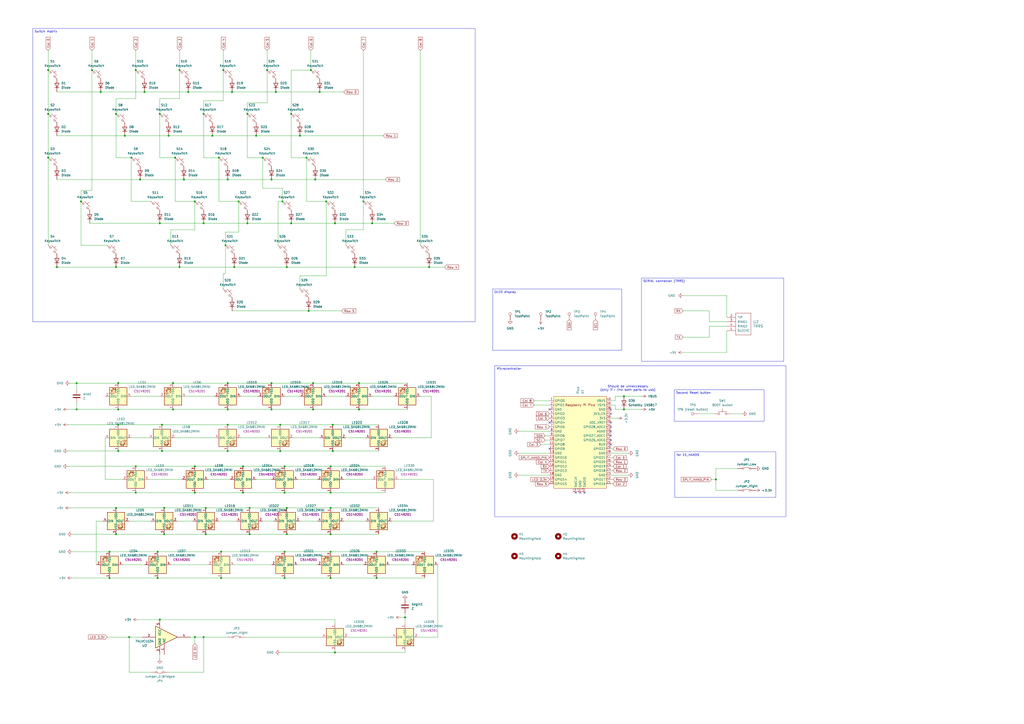
<source format=kicad_sch>
(kicad_sch (version 20231120) (generator "eeschema") (generator_version "8.0")
  (paper "A2")
  (junction (at 78.74 40.64))
  (junction (at 58.42 53.34))
  (junction (at 191.77 320.04))
  (junction (at 132.08 246.38))
  (junction (at 194.31 378.46))
  (junction (at 113.03 369.57))
  (junction (at 166.37 294.64))
  (junction (at 189.23 116.84))
  (junction (at 106.68 104.14))
  (junction (at 208.28 237.49))
  (junction (at 113.03 270.51))
  (junction (at 132.08 237.49))
  (junction (at 119.38 294.64))
  (junction (at 67.31 154.94))
  (junction (at 44.45 237.49))
  (junction (at 67.31 294.64))
  (junction (at 132.08 222.25))
  (junction (at 361.95 237.49))
  (junction (at 191.77 335.28))
  (junction (at 91.44 335.28))
  (junction (at 100.33 222.25))
  (junction (at 173.99 78.74))
  (junction (at 415.29 278.13))
  (junction (at 182.88 104.14))
  (junction (at 127 91.44))
  (junction (at 166.37 154.94))
  (junction (at 157.48 237.49))
  (junction (at 143.51 66.04))
  (junction (at 100.33 237.49))
  (junction (at 74.93 369.57))
  (junction (at 210.82 116.84))
  (junction (at 113.03 116.84))
  (junction (at 193.04 261.62))
  (junction (at 157.48 104.14))
  (junction (at 118.11 369.57))
  (junction (at 76.2 91.44))
  (junction (at 44.45 222.25))
  (junction (at 53.34 40.64))
  (junction (at 130.81 142.24))
  (junction (at 165.1 270.51))
  (junction (at 248.92 154.94))
  (junction (at 144.78 309.88))
  (junction (at 157.48 222.25))
  (junction (at 92.71 129.54))
  (junction (at 78.74 270.51))
  (junction (at 208.28 222.25))
  (junction (at 218.44 335.28))
  (junction (at 27.94 66.04))
  (junction (at 95.25 294.64))
  (junction (at 135.89 154.94))
  (junction (at 165.1 320.04))
  (junction (at 144.78 294.64))
  (junction (at 152.4 91.44))
  (junction (at 162.56 246.38))
  (junction (at 181.61 237.49))
  (junction (at 93.98 261.62))
  (junction (at 191.77 294.64))
  (junction (at 68.58 261.62))
  (junction (at 181.61 222.25))
  (junction (at 191.77 285.75))
  (junction (at 91.44 320.04))
  (junction (at 72.39 78.74))
  (junction (at 168.91 66.04))
  (junction (at 194.31 129.54))
  (junction (at 166.37 309.88))
  (junction (at 234.95 358.14))
  (junction (at 177.8 91.44))
  (junction (at 78.74 285.75))
  (junction (at 93.98 246.38))
  (junction (at 68.58 246.38))
  (junction (at 162.56 261.62))
  (junction (at 193.04 246.38))
  (junction (at 104.14 40.64))
  (junction (at 68.58 222.25))
  (junction (at 81.28 104.14))
  (junction (at 191.77 309.88))
  (junction (at 143.51 129.54))
  (junction (at 104.14 154.94))
  (junction (at 83.82 53.34))
  (junction (at 140.97 285.75))
  (junction (at 101.6 91.44))
  (junction (at 27.94 91.44))
  (junction (at 134.62 53.34))
  (junction (at 123.19 78.74))
  (junction (at 218.44 320.04))
  (junction (at 160.02 53.34))
  (junction (at 63.5 320.04))
  (junction (at 92.71 359.41))
  (junction (at 140.97 270.51))
  (junction (at 185.42 53.34))
  (junction (at 33.02 154.94))
  (junction (at 165.1 335.28))
  (junction (at 97.79 78.74))
  (junction (at 46.99 116.84))
  (junction (at 163.83 116.84))
  (junction (at 165.1 285.75))
  (junction (at 132.08 261.62))
  (junction (at 128.27 335.28))
  (junction (at 138.43 116.84))
  (junction (at 191.77 270.51))
  (junction (at 132.08 104.14))
  (junction (at 63.5 335.28))
  (junction (at 361.95 229.87))
  (junction (at 67.31 309.88))
  (junction (at 179.07 180.34))
  (junction (at 205.74 154.94))
  (junction (at 148.59 78.74))
  (junction (at 67.31 66.04))
  (junction (at 129.54 40.64))
  (junction (at 68.58 237.49))
  (junction (at 113.03 285.75))
  (junction (at 118.11 129.54))
  (junction (at 118.11 66.04))
  (junction (at 95.25 309.88))
  (junction (at 92.71 66.04))
  (junction (at 119.38 309.88))
  (junction (at 27.94 40.64))
  (junction (at 154.94 40.64))
  (junction (at 215.9 129.54))
  (junction (at 168.91 129.54))
  (junction (at 128.27 320.04))
  (junction (at 180.34 40.64))
  (junction (at 109.22 53.34))
  (no_connect (at 354.33 250.19))
  (no_connect (at 354.33 237.49))
  (no_connect (at 354.33 240.03))
  (no_connect (at 354.33 247.65))
  (no_connect (at 334.01 285.75))
  (no_connect (at 354.33 257.81))
  (no_connect (at 318.77 237.49))
  (no_connect (at 318.77 260.35))
  (no_connect (at 336.55 285.75))
  (no_connect (at 354.33 255.27))
  (no_connect (at 318.77 245.11))
  (no_connect (at 354.33 252.73))
  (no_connect (at 339.09 285.75))
  (no_connect (at 354.33 245.11))
  (wire (pts (xy 364.49 262.89) (xy 354.33 262.89)))
  (wire (pts (xy 201.93 369.57) (xy 227.33 369.57)))
  (wire (pts (xy 356.87 232.41) (xy 356.87 229.87)))
  (wire (pts (xy 194.31 359.41) (xy 194.31 361.95)))
  (wire (pts (xy 33.02 53.34) (xy 58.42 53.34)))
  (wire (pts (xy 355.6 260.35) (xy 354.33 260.35)))
  (wire (pts (xy 78.74 270.51) (xy 113.03 270.51)))
  (wire (pts (xy 46.99 110.49) (xy 46.99 116.84)))
  (wire (pts (xy 148.59 78.74) (xy 173.99 78.74)))
  (wire (pts (xy 55.88 302.26) (xy 59.69 302.26)))
  (wire (pts (xy 184.15 302.26) (xy 173.99 302.26)))
  (wire (pts (xy 104.14 57.15) (xy 92.71 57.15)))
  (wire (pts (xy 119.38 309.88) (xy 144.78 309.88)))
  (wire (pts (xy 415.29 284.48) (xy 427.99 284.48)))
  (wire (pts (xy 129.54 40.64) (xy 129.54 58.42)))
  (wire (pts (xy 227.33 254) (xy 250.19 254)))
  (wire (pts (xy 355.6 278.13) (xy 354.33 278.13)))
  (wire (pts (xy 318.77 262.89) (xy 300.99 262.89)))
  (wire (pts (xy 354.33 232.41) (xy 356.87 232.41)))
  (wire (pts (xy 101.6 91.44) (xy 101.6 116.84)))
  (wire (pts (xy 83.82 53.34) (xy 109.22 53.34)))
  (wire (pts (xy 105.41 278.13) (xy 86.36 278.13)))
  (wire (pts (xy 140.97 285.75) (xy 165.1 285.75)))
  (wire (pts (xy 135.89 154.94) (xy 166.37 154.94)))
  (wire (pts (xy 27.94 40.64) (xy 27.94 66.04)))
  (wire (pts (xy 250.19 229.87) (xy 243.84 229.87)))
  (wire (pts (xy 113.03 270.51) (xy 140.97 270.51)))
  (wire (pts (xy 78.74 57.15) (xy 67.31 57.15)))
  (wire (pts (xy 411.48 189.23) (xy 421.64 189.23)))
  (wire (pts (xy 248.92 154.94) (xy 205.74 154.94)))
  (wire (pts (xy 128.27 320.04) (xy 165.1 320.04)))
  (wire (pts (xy 40.64 222.25) (xy 44.45 222.25)))
  (wire (pts (xy 168.91 40.64) (xy 180.34 40.64)))
  (wire (pts (xy 92.71 129.54) (xy 118.11 129.54)))
  (wire (pts (xy 372.11 229.87) (xy 361.95 229.87)))
  (wire (pts (xy 411.48 195.58) (xy 411.48 189.23)))
  (wire (pts (xy 212.09 254) (xy 200.66 254)))
  (wire (pts (xy 415.29 284.48) (xy 415.29 278.13)))
  (wire (pts (xy 218.44 335.28) (xy 246.38 335.28)))
  (wire (pts (xy 92.71 382.27) (xy 92.71 379.73)))
  (wire (pts (xy 46.99 142.24) (xy 62.23 142.24)))
  (wire (pts (xy 63.5 320.04) (xy 91.44 320.04)))
  (wire (pts (xy 104.14 154.94) (xy 135.89 154.94)))
  (wire (pts (xy 63.5 335.28) (xy 91.44 335.28)))
  (wire (pts (xy 68.58 222.25) (xy 100.33 222.25)))
  (wire (pts (xy 372.11 237.49) (xy 361.95 237.49)))
  (wire (pts (xy 212.09 302.26) (xy 199.39 302.26)))
  (wire (pts (xy 177.8 91.44) (xy 168.91 91.44)))
  (wire (pts (xy 100.33 237.49) (xy 132.08 237.49)))
  (wire (pts (xy 74.93 389.89) (xy 74.93 369.57)))
  (wire (pts (xy 58.42 53.34) (xy 83.82 53.34)))
  (wire (pts (xy 208.28 237.49) (xy 236.22 237.49)))
  (wire (pts (xy 44.45 222.25) (xy 68.58 222.25)))
  (wire (pts (xy 234.95 378.46) (xy 234.95 377.19)))
  (wire (pts (xy 39.37 270.51) (xy 78.74 270.51)))
  (wire (pts (xy 92.71 57.15) (xy 92.71 66.04)))
  (wire (pts (xy 67.31 154.94) (xy 104.14 154.94)))
  (wire (pts (xy 144.78 309.88) (xy 166.37 309.88)))
  (wire (pts (xy 106.68 104.14) (xy 132.08 104.14)))
  (wire (pts (xy 215.9 278.13) (xy 199.39 278.13)))
  (wire (pts (xy 191.77 294.64) (xy 219.71 294.64)))
  (wire (pts (xy 163.83 109.22) (xy 152.4 109.22)))
  (wire (pts (xy 412.75 278.13) (xy 415.29 278.13)))
  (wire (pts (xy 179.07 180.34) (xy 198.12 180.34)))
  (wire (pts (xy 318.77 250.19) (xy 300.99 250.19)))
  (wire (pts (xy 157.48 222.25) (xy 181.61 222.25)))
  (wire (pts (xy 71.12 278.13) (xy 60.96 278.13)))
  (wire (pts (xy 424.18 240.03) (xy 430.53 240.03)))
  (wire (pts (xy 113.03 369.57) (xy 110.49 369.57)))
  (wire (pts (xy 181.61 222.25) (xy 208.28 222.25)))
  (wire (pts (xy 200.66 133.35) (xy 210.82 133.35)))
  (wire (pts (xy 215.9 229.87) (xy 228.6 229.87)))
  (wire (pts (xy 356.87 237.49) (xy 361.95 237.49)))
  (wire (pts (xy 396.24 180.34) (xy 411.48 180.34)))
  (wire (pts (xy 124.46 229.87) (xy 107.95 229.87)))
  (wire (pts (xy 191.77 285.75) (xy 165.1 285.75)))
  (wire (pts (xy 166.37 154.94) (xy 205.74 154.94)))
  (wire (pts (xy 62.23 369.57) (xy 74.93 369.57)))
  (wire (pts (xy 119.38 294.64) (xy 144.78 294.64)))
  (wire (pts (xy 316.23 255.27) (xy 318.77 255.27)))
  (wire (pts (xy 67.31 57.15) (xy 67.31 66.04)))
  (wire (pts (xy 104.14 40.64) (xy 104.14 57.15)))
  (wire (pts (xy 421.64 171.45) (xy 421.64 184.15)))
  (wire (pts (xy 173.99 167.64) (xy 173.99 160.02)))
  (wire (pts (xy 33.02 78.74) (xy 72.39 78.74)))
  (wire (pts (xy 162.56 378.46) (xy 194.31 378.46)))
  (wire (pts (xy 157.48 237.49) (xy 181.61 237.49)))
  (wire (pts (xy 118.11 389.89) (xy 118.11 369.57)))
  (wire (pts (xy 219.71 261.62) (xy 193.04 261.62)))
  (wire (pts (xy 191.77 320.04) (xy 218.44 320.04)))
  (wire (pts (xy 134.62 180.34) (xy 179.07 180.34)))
  (wire (pts (xy 142.24 369.57) (xy 186.69 369.57)))
  (wire (pts (xy 78.74 29.21) (xy 78.74 40.64)))
  (wire (pts (xy 132.08 222.25) (xy 157.48 222.25)))
  (wire (pts (xy 215.9 129.54) (xy 228.6 129.54)))
  (wire (pts (xy 154.94 59.69) (xy 154.94 40.64)))
  (wire (pts (xy 257.81 154.94) (xy 248.92 154.94)))
  (wire (pts (xy 238.76 327.66) (xy 226.06 327.66)))
  (wire (pts (xy 109.22 53.34) (xy 134.62 53.34)))
  (wire (pts (xy 185.42 254) (xy 170.18 254)))
  (wire (pts (xy 113.03 373.38) (xy 113.03 369.57)))
  (wire (pts (xy 129.54 29.21) (xy 129.54 40.64)))
  (wire (pts (xy 41.91 320.04) (xy 63.5 320.04)))
  (wire (pts (xy 157.48 278.13) (xy 148.59 278.13)))
  (wire (pts (xy 80.01 359.41) (xy 92.71 359.41)))
  (wire (pts (xy 132.08 261.62) (xy 93.98 261.62)))
  (wire (pts (xy 92.71 91.44) (xy 101.6 91.44)))
  (wire (pts (xy 208.28 222.25) (xy 236.22 222.25)))
  (wire (pts (xy 33.02 104.14) (xy 81.28 104.14)))
  (wire (pts (xy 210.82 29.21) (xy 210.82 116.84)))
  (wire (pts (xy 44.45 233.68) (xy 44.45 237.49)))
  (wire (pts (xy 76.2 116.84) (xy 87.63 116.84)))
  (wire (pts (xy 81.28 104.14) (xy 106.68 104.14)))
  (wire (pts (xy 358.14 242.57) (xy 354.33 242.57)))
  (wire (pts (xy 118.11 129.54) (xy 143.51 129.54)))
  (wire (pts (xy 184.15 278.13) (xy 172.72 278.13)))
  (wire (pts (xy 152.4 109.22) (xy 152.4 91.44)))
  (wire (pts (xy 173.99 78.74) (xy 222.25 78.74)))
  (wire (pts (xy 421.64 171.45) (xy 396.24 171.45)))
  (wire (pts (xy 200.66 133.35) (xy 200.66 142.24)))
  (wire (pts (xy 154.94 254) (xy 139.7 254)))
  (wire (pts (xy 46.99 116.84) (xy 46.99 142.24)))
  (wire (pts (xy 132.08 104.14) (xy 157.48 104.14)))
  (wire (pts (xy 41.91 335.28) (xy 63.5 335.28)))
  (wire (pts (xy 93.98 261.62) (xy 68.58 261.62)))
  (wire (pts (xy 130.81 158.75) (xy 129.54 158.75)))
  (wire (pts (xy 129.54 58.42) (xy 118.11 58.42)))
  (wire (pts (xy 193.04 246.38) (xy 219.71 246.38)))
  (wire (pts (xy 194.31 378.46) (xy 234.95 378.46)))
  (wire (pts (xy 93.98 246.38) (xy 132.08 246.38)))
  (wire (pts (xy 316.23 252.73) (xy 318.77 252.73)))
  (wire (pts (xy 101.6 116.84) (xy 113.03 116.84)))
  (wire (pts (xy 135.89 327.66) (xy 157.48 327.66)))
  (wire (pts (xy 99.06 327.66) (xy 120.65 327.66)))
  (wire (pts (xy 118.11 369.57) (xy 132.08 369.57)))
  (wire (pts (xy 27.94 66.04) (xy 27.94 91.44)))
  (wire (pts (xy 39.37 246.38) (xy 68.58 246.38)))
  (wire (pts (xy 134.62 53.34) (xy 160.02 53.34)))
  (wire (pts (xy 118.11 66.04) (xy 118.11 91.44)))
  (wire (pts (xy 191.77 270.51) (xy 223.52 270.51)))
  (wire (pts (xy 396.24 204.47) (xy 421.64 204.47)))
  (wire (pts (xy 177.8 116.84) (xy 177.8 91.44)))
  (wire (pts (xy 55.88 302.26) (xy 55.88 327.66)))
  (wire (pts (xy 127 116.84) (xy 138.43 116.84)))
  (wire (pts (xy 243.84 29.21) (xy 243.84 142.24)))
  (wire (pts (xy 78.74 285.75) (xy 113.03 285.75)))
  (wire (pts (xy 67.31 294.64) (xy 95.25 294.64)))
  (wire (pts (xy 129.54 158.75) (xy 129.54 167.64)))
  (wire (pts (xy 113.03 133.35) (xy 99.06 133.35)))
  (wire (pts (xy 168.91 66.04) (xy 168.91 40.64)))
  (wire (pts (xy 227.33 302.26) (xy 251.46 302.26)))
  (wire (pts (xy 95.25 294.64) (xy 119.38 294.64)))
  (wire (pts (xy 33.02 154.94) (xy 67.31 154.94)))
  (wire (pts (xy 76.2 91.44) (xy 76.2 116.84)))
  (wire (pts (xy 67.31 91.44) (xy 76.2 91.44)))
  (wire (pts (xy 143.51 66.04) (xy 143.51 59.69)))
  (wire (pts (xy 405.13 240.03) (xy 414.02 240.03)))
  (wire (pts (xy 185.42 53.34) (xy 199.39 53.34)))
  (wire (pts (xy 421.64 204.47) (xy 421.64 191.77)))
  (wire (pts (xy 180.34 29.21) (xy 180.34 40.64)))
  (wire (pts (xy 92.71 66.04) (xy 92.71 91.44)))
  (wire (pts (xy 200.66 229.87) (xy 189.23 229.87)))
  (wire (pts (xy 191.77 285.75) (xy 223.52 285.75)))
  (wire (pts (xy 396.24 195.58) (xy 411.48 195.58)))
  (wire (pts (xy 173.99 229.87) (xy 165.1 229.87)))
  (wire (pts (xy 144.78 294.64) (xy 166.37 294.64)))
  (wire (pts (xy 132.08 237.49) (xy 157.48 237.49)))
  (wire (pts (xy 184.15 327.66) (xy 172.72 327.66)))
  (wire (pts (xy 113.03 116.84) (xy 113.03 133.35)))
  (wire (pts (xy 95.25 309.88) (xy 119.38 309.88)))
  (wire (pts (xy 165.1 320.04) (xy 191.77 320.04)))
  (wire (pts (xy 71.12 327.66) (xy 83.82 327.66)))
  (wire (pts (xy 130.81 142.24) (xy 130.81 158.75)))
  (wire (pts (xy 76.2 229.87) (xy 92.71 229.87)))
  (wire (pts (xy 78.74 40.64) (xy 78.74 57.15)))
  (wire (pts (xy 158.75 302.26) (xy 152.4 302.26)))
  (wire (pts (xy 53.34 29.21) (xy 53.34 40.64)))
  (wire (pts (xy 68.58 261.62) (xy 39.37 261.62)))
  (wire (pts (xy 415.29 271.78) (xy 415.29 278.13)))
  (wire (pts (xy 41.91 309.88) (xy 67.31 309.88)))
  (wire (pts (xy 100.33 222.25) (xy 132.08 222.25)))
  (wire (pts (xy 411.48 186.69) (xy 421.64 186.69)))
  (wire (pts (xy 99.06 133.35) (xy 99.06 142.24)))
  (wire (pts (xy 356.87 237.49) (xy 356.87 234.95)))
  (wire (pts (xy 132.08 246.38) (xy 162.56 246.38)))
  (wire (pts (xy 165.1 270.51) (xy 191.77 270.51)))
  (wire (pts (xy 138.43 134.62) (xy 130.81 134.62)))
  (wire (pts (xy 254 369.57) (xy 242.57 369.57)))
  (wire (pts (xy 27.94 91.44) (xy 27.94 142.24)))
  (wire (pts (xy 251.46 302.26) (xy 251.46 278.13)))
  (wire (pts (xy 143.51 129.54) (xy 168.91 129.54)))
  (wire (pts (xy 44.45 237.49) (xy 68.58 237.49)))
  (wire (pts (xy 168.91 91.44) (xy 168.91 66.04)))
  (wire (pts (xy 356.87 229.87) (xy 361.95 229.87)))
  (wire (pts (xy 355.6 270.51) (xy 354.33 270.51)))
  (wire (pts (xy 97.79 78.74) (xy 123.19 78.74)))
  (wire (pts (xy 130.81 134.62) (xy 130.81 142.24)))
  (wire (pts (xy 355.6 273.05) (xy 354.33 273.05)))
  (wire (pts (xy 250.19 254) (xy 250.19 229.87)))
  (wire (pts (xy 44.45 222.25) (xy 44.45 226.06)))
  (wire (pts (xy 68.58 237.49) (xy 100.33 237.49)))
  (wire (pts (xy 218.44 320.04) (xy 246.38 320.04)))
  (wire (pts (xy 92.71 359.41) (xy 194.31 359.41)))
  (wire (pts (xy 123.19 78.74) (xy 148.59 78.74)))
  (wire (pts (xy 165.1 335.28) (xy 191.77 335.28)))
  (wire (pts (xy 68.58 246.38) (xy 93.98 246.38)))
  (wire (pts (xy 193.04 261.62) (xy 162.56 261.62)))
  (wire (pts (xy 128.27 335.28) (xy 165.1 335.28)))
  (wire (pts (xy 52.07 129.54) (xy 92.71 129.54)))
  (wire (pts (xy 149.86 229.87) (xy 139.7 229.87)))
  (wire (pts (xy 234.95 358.14) (xy 234.95 361.95)))
  (wire (pts (xy 210.82 133.35) (xy 210.82 116.84)))
  (wire (pts (xy 364.49 275.59) (xy 354.33 275.59)))
  (wire (pts (xy 189.23 160.02) (xy 189.23 116.84)))
  (wire (pts (xy 91.44 335.28) (xy 128.27 335.28)))
  (wire (pts (xy 67.31 66.04) (xy 67.31 91.44)))
  (wire (pts (xy 356.87 234.95) (xy 354.33 234.95)))
  (wire (pts (xy 31.75 154.94) (xy 33.02 154.94)))
  (wire (pts (xy 118.11 369.57) (xy 113.03 369.57)))
  (wire (pts (xy 166.37 294.64) (xy 191.77 294.64)))
  (wire (pts (xy 27.94 29.21) (xy 27.94 40.64)))
  (wire (pts (xy 118.11 91.44) (xy 127 91.44)))
  (wire (pts (xy 72.39 78.74) (xy 97.79 78.74)))
  (wire (pts (xy 181.61 237.49) (xy 208.28 237.49)))
  (wire (pts (xy 39.37 237.49) (xy 44.45 237.49)))
  (wire (pts (xy 318.77 275.59) (xy 300.99 275.59)))
  (wire (pts (xy 309.88 234.95) (xy 318.77 234.95)))
  (wire (pts (xy 411.48 180.34) (xy 411.48 186.69)))
  (wire (pts (xy 210.82 327.66) (xy 199.39 327.66)))
  (wire (pts (xy 415.29 271.78) (xy 427.99 271.78)))
  (wire (pts (xy 309.88 232.41) (xy 318.77 232.41)))
  (wire (pts (xy 143.51 59.69) (xy 154.94 59.69)))
  (wire (pts (xy 232.41 358.14) (xy 234.95 358.14)))
  (wire (pts (xy 104.14 29.21) (xy 104.14 40.64)))
  (wire (pts (xy 138.43 116.84) (xy 138.43 134.62)))
  (wire (pts (xy 163.83 116.84) (xy 163.83 109.22)))
  (wire (pts (xy 67.31 294.64) (xy 40.64 294.64)))
  (wire (pts (xy 87.63 389.89) (xy 74.93 389.89)))
  (wire (pts (xy 157.48 104.14) (xy 182.88 104.14)))
  (wire (pts (xy 194.31 129.54) (xy 215.9 129.54)))
  (wire (pts (xy 191.77 309.88) (xy 219.71 309.88)))
  (wire (pts (xy 234.95 358.14) (xy 234.95 355.6)))
  (wire (pts (xy 355.6 265.43) (xy 354.33 265.43)))
  (wire (pts (xy 194.31 378.46) (xy 194.31 377.19)))
  (wire (pts (xy 76.2 254) (xy 86.36 254)))
  (wire (pts (xy 97.79 389.89) (xy 118.11 389.89)))
  (wire (pts (xy 154.94 29.21) (xy 154.94 40.64)))
  (wire (pts (xy 67.31 309.88) (xy 95.25 309.88)))
  (wire (pts (xy 160.02 53.34) (xy 185.42 53.34)))
  (wire (pts (xy 137.16 302.26) (xy 127 302.26)))
  (wire (pts (xy 251.46 278.13) (xy 231.14 278.13)))
  (wire (pts (xy 355.6 280.67) (xy 354.33 280.67)))
  (wire (pts (xy 91.44 320.04) (xy 128.27 320.04)))
  (wire (pts (xy 40.64 285.75) (xy 78.74 285.75)))
  (wire (pts (xy 60.96 254) (xy 60.96 278.13)))
  (wire (pts (xy 355.6 267.97) (xy 354.33 267.97)))
  (wire (pts (xy 133.35 278.13) (xy 120.65 278.13)))
  (wire (pts (xy 118.11 58.42) (xy 118.11 66.04)))
  (wire (pts (xy 161.29 142.24) (xy 161.29 116.84)))
  (wire (pts (xy 53.34 110.49) (xy 53.34 40.64)))
  (wire (pts (xy 152.4 91.44) (xy 143.51 91.44)))
  (wire (pts (xy 140.97 270.51) (xy 165.1 270.51)))
  (wire (pts (xy 166.37 309.88) (xy 191.77 309.88)))
  (wire (pts (xy 189.23 116.84) (xy 177.8 116.84)))
  (wire (pts (xy 162.56 261.62) (xy 132.08 261.62)))
  (wire (pts (xy 162.56 246.38) (xy 193.04 246.38)))
  (wire (pts (xy 173.99 160.02) (xy 189.23 160.02)))
  (wire (pts (xy 143.51 91.44) (xy 143.51 66.04)))
  (wire (pts (xy 161.29 116.84) (xy 163.83 116.84)))
  (wire (pts (xy 101.6 254) (xy 124.46 254)))
  (wire (pts (xy 102.87 302.26) (xy 111.76 302.26)))
  (wire (pts (xy 127 91.44) (xy 127 116.84)))
  (wire (pts (xy 254 369.57) (xy 254 327.66)))
  (wire (pts (xy 191.77 335.28) (xy 218.44 335.28)))
  (wire (pts (xy 313.69 257.81) (xy 318.77 257.81)))
  (wire (pts (xy 46.99 110.49) (xy 53.34 110.49)))
  (wire (pts (xy 74.93 302.26) (xy 87.63 302.26)))
  (wire (pts (xy 223.52 104.14) (xy 182.88 104.14)))
  (wire (pts (xy 74.93 369.57) (xy 82.55 369.57)))
  (wire (pts (xy 168.91 129.54) (xy 194.31 129.54)))
  (wire (pts (xy 113.03 285.75) (xy 140.97 285.75)))
  (text_box "Switch matrix" (at 19.05 16.51 0) (size 256.54 170.18) (effects (font (size 1.27 1.27)) (justify left top)))
  (text_box "for EE_HANDS" (at 391.414 262.128 0) (size 58.674 26.416) (effects (font (size 1.27 1.27)) (justify left top)))
  (text_box "SERIAL connector (TRRS)" (at 372.11 161.29 0) (size 82.55 48.26) (effects (font (size 1.27 1.27)) (justify left top)))
  (text_box "Microcontroller" (at 287.02 212.09 0) (size 168.91 87.63) (effects (font (size 1.27 1.27)) (justify left top)))
  (text_box "Second Reset button" (at 391.16 226.06 0) (size 52.07 18.288) (effects (font (size 1.27 1.27)) (justify left top)))
  (text_box "OLED display" (at 285.75 167.64 0) (size 74.93 35.56) (effects (font (size 1.27 1.27)) (justify left top)))
  (text "Should be unneccessary\n(only if I link both parts to usb)" (at 364.236 225.298 0) (effects (font (size 1.27 1.27))))
  (global_label "Col 7" (shape input) (at 210.82 29.21 90) (property "Intersheetrefs" "${INTERSHEET_REFS}" (effects (hide yes))))
  (global_label "Col 6" (shape input) (at 318.77 240.03 180) (property "Intersheetrefs" "${INTERSHEET_REFS}" (effects (hide yes))))
  (global_label "Col 0" (shape input) (at 355.6 265.43 0) (property "Intersheetrefs" "${INTERSHEET_REFS}" (effects (hide yes))))
  (global_label "Row 2" (shape input) (at 355.6 273.05 0) (property "Intersheetrefs" "${INTERSHEET_REFS}" (effects (hide yes))))
  (global_label "Row 0" (shape input) (at 199.39 53.34 0) (property "Intersheetrefs" "${INTERSHEET_REFS}" (effects (hide yes))))
  (global_label "SDA" (shape input) (at 330.2 185.42 270) (property "Intersheetrefs" "${INTERSHEET_REFS}" (effects (hide yes))))
  (global_label "Row 1" (shape input) (at 222.25 78.74 0) (property "Intersheetrefs" "${INTERSHEET_REFS}" (effects (hide yes))))
  (global_label "Row 5" (shape input) (at 198.12 180.34 0) (property "Intersheetrefs" "${INTERSHEET_REFS}" (effects (hide yes))))
  (global_label "Col 4" (shape input) (at 129.54 29.21 90) (property "Intersheetrefs" "${INTERSHEET_REFS}" (effects (hide yes))))
  (global_label "Col 3" (shape input) (at 104.14 29.21 90) (property "Intersheetrefs" "${INTERSHEET_REFS}" (effects (hide yes))))
  (global_label "LED 5V" (shape input) (at 113.03 373.38 270) (property "Intersheetrefs" "${INTERSHEET_REFS}" (effects (hide yes))))
  (global_label "SCL" (shape input) (at 316.23 255.27 180) (property "Intersheetrefs" "${INTERSHEET_REFS}" (effects (hide yes))))
  (global_label "Row 0" (shape input) (at 355.6 260.35 0) (property "Intersheetrefs" "${INTERSHEET_REFS}" (effects (hide yes))))
  (global_label "Row 3" (shape input) (at 355.6 278.13 0) (property "Intersheetrefs" "${INTERSHEET_REFS}" (effects (hide yes))))
  (global_label "SPLIT_HAND_PIN" (shape input) (at 412.75 278.13 180) (property "Intersheetrefs" "${INTERSHEET_REFS}" (effects (hide yes))))
  (global_label "Row 2" (shape input) (at 223.52 104.14 0) (property "Intersheetrefs" "${INTERSHEET_REFS}" (effects (hide yes))))
  (global_label "Col 1" (shape input) (at 355.6 270.51 0) (property "Intersheetrefs" "${INTERSHEET_REFS}" (effects (hide yes))))
  (global_label "Col 7" (shape input) (at 309.88 234.95 180) (property "Intersheetrefs" "${INTERSHEET_REFS}" (effects (hide yes))))
  (global_label "Col 4" (shape input) (at 318.77 267.97 180) (property "Intersheetrefs" "${INTERSHEET_REFS}" (effects (hide yes))))
  (global_label "Col 2" (shape input) (at 78.74 29.21 90) (property "Intersheetrefs" "${INTERSHEET_REFS}" (effects (hide yes))))
  (global_label "SDA" (shape input) (at 316.23 252.73 180) (property "Intersheetrefs" "${INTERSHEET_REFS}" (effects (hide yes))))
  (global_label "Col 6" (shape input) (at 180.34 29.21 90) (property "Intersheetrefs" "${INTERSHEET_REFS}" (effects (hide yes))))
  (global_label "TX" (shape input) (at 396.24 195.58 180) (property "Intersheetrefs" "${INTERSHEET_REFS}" (effects (hide yes))))
  (global_label "Row 5" (shape input) (at 318.77 280.67 180) (property "Intersheetrefs" "${INTERSHEET_REFS}" (effects (hide yes))))
  (global_label "LED 3.3V" (shape input) (at 62.23 369.57 180) (property "Intersheetrefs" "${INTERSHEET_REFS}" (effects (hide yes))))
  (global_label "Row 3" (shape input) (at 228.6 129.54 0) (property "Intersheetrefs" "${INTERSHEET_REFS}" (effects (hide yes))))
  (global_label "SPLIT_HAND_PIN" (shape input) (at 318.77 265.43 180) (property "Intersheetrefs" "${INTERSHEET_REFS}" (effects (hide yes))))
  (global_label "Col 1" (shape input) (at 53.34 29.21 90) (property "Intersheetrefs" "${INTERSHEET_REFS}" (effects (hide yes))))
  (global_label "Col 3" (shape input) (at 313.69 257.81 180) (property "Intersheetrefs" "${INTERSHEET_REFS}" (effects (hide yes))))
  (global_label "RX" (shape input) (at 318.77 270.51 180) (property "Intersheetrefs" "${INTERSHEET_REFS}" (effects (hide yes))))
  (global_label "Row 1" (shape input) (at 355.6 267.97 0) (property "Intersheetrefs" "${INTERSHEET_REFS}" (effects (hide yes))))
  (global_label "LED 3.3V" (shape input) (at 318.77 278.13 180) (property "Intersheetrefs" "${INTERSHEET_REFS}" (effects (hide yes))))
  (global_label "Row 4" (shape input) (at 318.77 247.65 180) (property "Intersheetrefs" "${INTERSHEET_REFS}" (effects (hide yes))))
  (global_label "TX" (shape input) (at 318.77 273.05 180) (property "Intersheetrefs" "${INTERSHEET_REFS}" (effects (hide yes))))
  (global_label "Row 4" (shape input) (at 257.81 154.94 0) (property "Intersheetrefs" "${INTERSHEET_REFS}" (effects (hide yes))))
  (global_label "Col 2" (shape input) (at 355.6 280.67 0) (property "Intersheetrefs" "${INTERSHEET_REFS}" (effects (hide yes))))
  (global_label "RX" (shape input) (at 396.24 180.34 180) (property "Intersheetrefs" "${INTERSHEET_REFS}" (effects (hide yes))))
  (global_label "Col 5" (shape input) (at 154.94 29.21 90) (property "Intersheetrefs" "${INTERSHEET_REFS}" (effects (hide yes))))
  (global_label "Col 0" (shape input) (at 27.94 29.21 90) (property "Intersheetrefs" "${INTERSHEET_REFS}" (effects (hide yes))))
  (global_label "Col 5" (shape input) (at 318.77 242.57 180) (property "Intersheetrefs" "${INTERSHEET_REFS}" (effects (hide yes))))
  (global_label "SCL" (shape input) (at 345.44 185.42 270) (property "Intersheetrefs" "${INTERSHEET_REFS}" (effects (hide yes))))
  (global_label "Col 8" (shape input) (at 243.84 29.21 90) (property "Intersheetrefs" "${INTERSHEET_REFS}" (effects (hide yes))))
  (global_label "Col 8" (shape input) (at 309.88 232.41 180) (property "Intersheetrefs" "${INTERSHEET_REFS}" (effects (hide yes))))
  (symbol (lib_id "Mechanical:MountingHole") (at 323.85 311.15 0) (unit 1) (exclude_from_sim yes) (in_bom no)
    (property "Reference" "H2" (at 326.39 309.8799 0) (effects (justify left)))
    (property "Value" "MountingHole" (at 326.39 312.4199 0) (effects (justify left)))
    (property "Footprint" "MountingHole:MountingHole_2.2mm_M2" (effects (hide yes)))
    (property "Description" "Mounting Hole without connection" (effects (hide yes)))
  )
  (symbol (lib_id "ScottoKeebs:LED_SK6812MINI") (at 68.58 229.87 180) (unit 1)
    (property "Reference" "LED1" (at 82.55 221.8338 0))
    (property "Value" "LED_SK6812MINI" (at 82.55 224.3738 0))
    (property "Footprint" "ScottoKeebs_Components:LED_SK6812MINI" (effects (hide yes)))
    (property "Datasheet" "https://cdn-shop.adafruit.com/product-files/2686/SK6812MINI_REV.01-1-2.pdf" (effects (hide yes)))
    (property "Description" "RGB LED with integrated controller" (effects (hide yes)))
    (property "LCSC" "C5149201" (at 82.55 226.9138 0))
  )
  (symbol (lib_id "ScottoKeebs:LED_SK6812MINI") (at 144.78 302.26 0) (unit 1)
    (property "Reference" "LED22" (at 158.75 293.4014 0))
    (property "Value" "LED_SK6812MINI" (at 158.75 295.9414 0))
    (property "Footprint" "ScottoKeebs_Components:LED_SK6812MINI" (effects (hide yes)))
    (property "Datasheet" "https://cdn-shop.adafruit.com/product-files/2686/SK6812MINI_REV.01-1-2.pdf" (effects (hide yes)))
    (property "Description" "RGB LED with integrated controller" (effects (hide yes)))
    (property "LCSC" "C5149201" (at 158.75 298.4814 0))
  )
  (symbol (lib_id "ScottoKeebs:Placeholder_Diode") (at 109.22 49.53 90) (unit 1)
    (property "Reference" "D15" (at 111.76 48.2599 90) (effects (justify right)))
    (property "Value" "Diode" (at 111.76 50.7999 90) (effects (justify right)))
    (property "Footprint" "ScottoKeebs_Components:D_SOD-123_DO-35_Hybrid_DoubleSided_V2" (effects (hide yes)))
    (property "Description" "1N4148 (DO-35) or 1N4148W (SOD-123)" (effects (hide yes)))
    (property "Sim.Device" "D" (effects (hide yes)))
    (property "Sim.Pins" "1=K 2=A" (effects (hide yes)))
  )
  (symbol (lib_id "ScottoKeebs:LED_SK6812MINI") (at 113.03 278.13 180) (unit 1)
    (property "Reference" "LED9" (at 127 270.0938 0))
    (property "Value" "LED_SK6812MINI" (at 127 272.6338 0))
    (property "Footprint" "ScottoKeebs_Components:LED_SK6812MINI" (effects (hide yes)))
    (property "Datasheet" "https://cdn-shop.adafruit.com/product-files/2686/SK6812MINI_REV.01-1-2.pdf" (effects (hide yes)))
    (property "Description" "RGB LED with integrated controller" (effects (hide yes)))
    (property "LCSC" "C5149201" (at 127 275.1738 0))
  )
  (symbol (lib_id "ScottoKeebs:LED_SK6812MINI") (at 95.25 302.26 0) (unit 1)
    (property "Reference" "LED11" (at 109.22 293.4014 0))
    (property "Value" "LED_SK6812MINI" (at 109.22 295.9414 0))
    (property "Footprint" "ScottoKeebs_Components:LED_SK6812MINI" (effects (hide yes)))
    (property "Datasheet" "https://cdn-shop.adafruit.com/product-files/2686/SK6812MINI_REV.01-1-2.pdf" (effects (hide yes)))
    (property "Description" "RGB LED with integrated controller" (effects (hide yes)))
    (property "LCSC" "C5149201" (at 109.22 298.4814 0))
  )
  (symbol (lib_id "Device:C") (at 44.45 229.87 180) (unit 1)
    (property "Reference" "end1" (at 48.26 228.5999 0) (effects (justify right)))
    (property "Value" "C" (at 48.26 231.1399 0) (effects (justify right)))
    (property "Footprint" "Capacitor_SMD:C_1812_4532Metric_Pad1.57x3.40mm_HandSolder" (effects (hide yes)))
    (property "Description" "Unpolarized capacitor" (effects (hide yes)))
  )
  (symbol (lib_id "ScottoKeebs:LED_SK6812MINI") (at 191.77 278.13 180) (unit 1)
    (property "Reference" "LED24" (at 205.74 270.0938 0))
    (property "Value" "LED_SK6812MINI" (at 205.74 272.6338 0))
    (property "Footprint" "ScottoKeebs_Components:LED_SK6812MINI" (effects (hide yes)))
    (property "Datasheet" "https://cdn-shop.adafruit.com/product-files/2686/SK6812MINI_REV.01-1-2.pdf" (effects (hide yes)))
    (property "Description" "RGB LED with integrated controller" (effects (hide yes)))
    (property "LCSC" "C5149201" (at 205.74 275.1738 0))
  )
  (symbol (lib_id "ScottoKeebs:Placeholder_Diode") (at 134.62 176.53 90) (unit 1)
    (property "Reference" "D20" (at 137.16 175.2599 90) (effects (justify right)))
    (property "Value" "Diode" (at 137.16 177.7999 90) (effects (justify right)))
    (property "Footprint" "ScottoKeebs_Components:D_SOD-123_DO-35_Hybrid_DoubleSided_V2" (effects (hide yes)))
    (property "Description" "1N4148 (DO-35) or 1N4148W (SOD-123)" (effects (hide yes)))
    (property "Sim.Device" "D" (effects (hide yes)))
    (property "Sim.Pins" "1=K 2=A" (effects (hide yes)))
  )
  (symbol (lib_id "ScottoKeebs:Placeholder_Diode") (at 143.51 125.73 90) (unit 1)
    (property "Reference" "D22" (at 146.05 124.4599 90) (effects (justify right)))
    (property "Value" "Diode" (at 146.05 126.9999 90) (effects (justify right)))
    (property "Footprint" "ScottoKeebs_Components:D_SOD-123_DO-35_Hybrid_DoubleSided_V2" (effects (hide yes)))
    (property "Description" "1N4148 (DO-35) or 1N4148W (SOD-123)" (effects (hide yes)))
    (property "Sim.Device" "D" (effects (hide yes)))
    (property "Sim.Pins" "1=K 2=A" (effects (hide yes)))
  )
  (symbol (lib_id "ScottoKeebs:Placeholder_Keyswitch") (at 157.48 43.18 0) (unit 1)
    (property "Reference" "S25" (at 157.48 35.56 0))
    (property "Value" "Keyswitch" (at 157.48 38.1 0))
    (property "Footprint" "ScottoKeebs_Hotswap:Hotswap_MX_1.00u" (effects (hide yes)))
    (property "Description" "Push button switch, normally open, two pins, 45° tilted" (effects (hide yes)))
  )
  (symbol (lib_id "ScottoKeebs:Placeholder_Diode") (at 67.31 151.13 90) (unit 1)
    (property "Reference" "D7" (at 69.85 149.8599 90) (effects (justify right)))
    (property "Value" "Diode" (at 69.85 152.3999 90) (effects (justify right)))
    (property "Footprint" "ScottoKeebs_Components:D_SOD-123_DO-35_Hybrid_DoubleSided_V2" (effects (hide yes)))
    (property "Description" "1N4148 (DO-35) or 1N4148W (SOD-123)" (effects (hide yes)))
    (property "Sim.Device" "D" (effects (hide yes)))
    (property "Sim.Pins" "1=K 2=A" (effects (hide yes)))
  )
  (symbol (lib_id "ScottoKeebs:Placeholder_Diode") (at 179.07 176.53 90) (unit 1)
    (property "Reference" "D29" (at 181.61 175.2599 90) (effects (justify right)))
    (property "Value" "Diode" (at 181.61 177.7999 90) (effects (justify right)))
    (property "Footprint" "ScottoKeebs_Components:D_SOD-123_DO-35_Hybrid_DoubleSided_V2" (effects (hide yes)))
    (property "Description" "1N4148 (DO-35) or 1N4148W (SOD-123)" (effects (hide yes)))
    (property "Sim.Device" "D" (effects (hide yes)))
    (property "Sim.Pins" "1=K 2=A" (effects (hide yes)))
  )
  (symbol (lib_id "ScottoKeebs:LED_SK6812MINI") (at 236.22 229.87 180) (unit 1)
    (property "Reference" "LED31" (at 250.19 221.8338 0))
    (property "Value" "LED_SK6812MINI" (at 250.19 224.3738 0))
    (property "Footprint" "ScottoKeebs_Components:LED_SK6812MINI" (effects (hide yes)))
    (property "Datasheet" "https://cdn-shop.adafruit.com/product-files/2686/SK6812MINI_REV.01-1-2.pdf" (effects (hide yes)))
    (property "Description" "RGB LED with integrated controller" (effects (hide yes)))
    (property "LCSC" "C5149201" (at 250.19 226.9138 0))
  )
  (symbol (lib_id "ScottoKeebs:LED_SK6812MINI") (at 208.28 229.87 180) (unit 1)
    (property "Reference" "LED25" (at 222.25 221.8338 0))
    (property "Value" "LED_SK6812MINI" (at 222.25 224.3738 0))
    (property "Footprint" "ScottoKeebs_Components:LED_SK6812MINI" (effects (hide yes)))
    (property "Datasheet" "https://cdn-shop.adafruit.com/product-files/2686/SK6812MINI_REV.01-1-2.pdf" (effects (hide yes)))
    (property "Description" "RGB LED with integrated controller" (effects (hide yes)))
    (property "LCSC" "C5149201" (at 222.25 226.9138 0))
  )
  (symbol (lib_id "ScottoKeebs:Placeholder_Diode") (at 173.99 74.93 90) (unit 1)
    (property "Reference" "D28" (at 176.53 73.6599 90) (effects (justify right)))
    (property "Value" "Diode" (at 176.53 76.1999 90) (effects (justify right)))
    (property "Footprint" "ScottoKeebs_Components:D_SOD-123_DO-35_Hybrid_DoubleSided_V2" (effects (hide yes)))
    (property "Description" "1N4148 (DO-35) or 1N4148W (SOD-123)" (effects (hide yes)))
    (property "Sim.Device" "D" (effects (hide yes)))
    (property "Sim.Pins" "1=K 2=A" (effects (hide yes)))
  )
  (symbol (lib_id "ScottoKeebs:Placeholder_Keyswitch") (at 246.38 144.78 0) (unit 1)
    (property "Reference" "S35" (at 246.38 137.16 0))
    (property "Value" "Keyswitch" (at 246.38 139.7 0))
    (property "Footprint" "ScottoKeebs_Hotswap:Hotswap_MX_1.00u" (effects (hide yes)))
    (property "Description" "Push button switch, normally open, two pins, 45° tilted" (effects (hide yes)))
  )
  (symbol (lib_id "power:+5V") (at 313.69 185.42 180) (unit 1)
    (property "Reference" "#PWR022" (effects (hide yes)))
    (property "Value" "+5V" (at 313.69 190.5 0))
    (property "Description" "Power symbol creates a global label with name \"+5V\"" (effects (hide yes)))
  )
  (symbol (lib_id "ScottoKeebs:LED_SK6812MINI") (at 223.52 278.13 180) (unit 1)
    (property "Reference" "LED30" (at 237.49 270.0938 0))
    (property "Value" "LED_SK6812MINI" (at 237.49 272.6338 0))
    (property "Footprint" "ScottoKeebs_Components:LED_SK6812MINI" (effects (hide yes)))
    (property "Datasheet" "https://cdn-shop.adafruit.com/product-files/2686/SK6812MINI_REV.01-1-2.pdf" (effects (hide yes)))
    (property "Description" "RGB LED with integrated controller" (effects (hide yes)))
    (property "LCSC" "C5149201" (at 237.49 275.1738 0))
  )
  (symbol (lib_id "ScottoKeebs:Placeholder_Diode") (at 72.39 74.93 90) (unit 1)
    (property "Reference" "D8" (at 74.93 73.6599 90) (effects (justify right)))
    (property "Value" "Diode" (at 74.93 76.1999 90) (effects (justify right)))
    (property "Footprint" "ScottoKeebs_Components:D_SOD-123_DO-35_Hybrid_DoubleSided_V2" (effects (hide yes)))
    (property "Description" "1N4148 (DO-35) or 1N4148W (SOD-123)" (effects (hide yes)))
    (property "Sim.Device" "D" (effects (hide yes)))
    (property "Sim.Pins" "1=K 2=A" (effects (hide yes)))
  )
  (symbol (lib_id "ScottoKeebs:Placeholder_Keyswitch") (at 180.34 93.98 0) (unit 1)
    (property "Reference" "S30" (at 180.34 86.36 0))
    (property "Value" "Keyswitch" (at 180.34 88.9 0))
    (property "Footprint" "ScottoKeebs_Hotswap:Hotswap_MX_1.00u" (effects (hide yes)))
    (property "Description" "Push button switch, normally open, two pins, 45° tilted" (effects (hide yes)))
  )
  (symbol (lib_id "power:+5V") (at 40.64 285.75 90) (unit 1)
    (property "Reference" "#PWR019" (effects (hide yes)))
    (property "Value" "+5V" (at 36.83 285.7499 90) (effects (justify left)))
    (property "Description" "Power symbol creates a global label with name \"+5V\"" (effects (hide yes)))
  )
  (symbol (lib_id "ScottoKeebs:Placeholder_Diode") (at 157.48 100.33 90) (unit 1)
    (property "Reference" "D24" (at 160.02 99.0599 90) (effects (justify right)))
    (property "Value" "Diode" (at 160.02 101.5999 90) (effects (justify right)))
    (property "Footprint" "ScottoKeebs_Components:D_SOD-123_DO-35_Hybrid_DoubleSided_V2" (effects (hide yes)))
    (property "Description" "1N4148 (DO-35) or 1N4148W (SOD-123)" (effects (hide yes)))
    (property "Sim.Device" "D" (effects (hide yes)))
    (property "Sim.Pins" "1=K 2=A" (effects (hide yes)))
  )
  (symbol (lib_id "ScottoKeebs:Placeholder_Diode") (at 166.37 151.13 90) (unit 1)
    (property "Reference" "D26" (at 168.91 149.8599 90) (effects (justify right)))
    (property "Value" "Diode" (at 168.91 152.3999 90) (effects (justify right)))
    (property "Footprint" "ScottoKeebs_Components:D_SOD-123_DO-35_Hybrid_DoubleSided_V2" (effects (hide yes)))
    (property "Description" "1N4148 (DO-35) or 1N4148W (SOD-123)" (effects (hide yes)))
    (property "Sim.Device" "D" (effects (hide yes)))
    (property "Sim.Pins" "1=K 2=A" (effects (hide yes)))
  )
  (symbol (lib_id "Switch:SW_Push") (at 419.1 240.03 0) (unit 1)
    (property "Reference" "SW1" (at 419.1 232.41 0))
    (property "Value" "BOOT button" (at 419.1 234.95 0))
    (property "Footprint" "ScottoKeebs_Components:Button_TL3342" (effects (hide yes)))
    (property "Description" "Push button switch, generic, two pins" (effects (hide yes)))
  )
  (symbol (lib_id "power:+5V") (at 232.41 358.14 90) (unit 1)
    (property "Reference" "#PWR04" (effects (hide yes)))
    (property "Value" "+5V" (at 228.6 358.1399 90) (effects (justify left)))
    (property "Description" "Power symbol creates a global label with name \"+5V\"" (effects (hide yes)))
  )
  (symbol (lib_id "power:GND") (at 39.37 261.62 270) (unit 1)
    (property "Reference" "#PWR012" (effects (hide yes)))
    (property "Value" "GND" (at 35.56 261.6199 90) (effects (justify right)))
    (property "Description" "Power symbol creates a global label with name \"GND\" , ground" (effects (hide yes)))
  )
  (symbol (lib_id "ScottoKeebs:LED_SK6812MINI") (at 100.33 229.87 180) (unit 1)
    (property "Reference" "LED6" (at 114.3 221.8338 0))
    (property "Value" "LED_SK6812MINI" (at 114.3 224.3738 0))
    (property "Footprint" "ScottoKeebs_Components:LED_SK6812MINI" (effects (hide yes)))
    (property "Datasheet" "https://cdn-shop.adafruit.com/product-files/2686/SK6812MINI_REV.01-1-2.pdf" (effects (hide yes)))
    (property "Description" "RGB LED with integrated controller" (effects (hide yes)))
    (property "LCSC" "C5149201" (at 114.3 226.9138 0))
  )
  (symbol (lib_id "ScottoKeebs:LED_SK6812MINI") (at 140.97 278.13 180) (unit 1)
    (property "Reference" "LED14" (at 154.94 270.0938 0))
    (property "Value" "LED_SK6812MINI" (at 154.94 272.6338 0))
    (property "Footprint" "ScottoKeebs_Components:LED_SK6812MINI" (effects (hide yes)))
    (property "Datasheet" "https://cdn-shop.adafruit.com/product-files/2686/SK6812MINI_REV.01-1-2.pdf" (effects (hide yes)))
    (property "Description" "RGB LED with integrated controller" (effects (hide yes)))
    (property "LCSC" "C5149201" (at 154.94 275.1738 0))
  )
  (symbol (lib_id "ScottoKeebs:Placeholder_Diode") (at 361.95 233.68 90) (unit 1)
    (property "Reference" "D36" (at 364.49 232.4099 90) (effects (justify right)))
    (property "Value" "Schottky 1N5817" (at 364.49 234.9499 90) (effects (justify right)))
    (property "Footprint" "ScottoKeebs_Components:D_SOD-123_DO-35_Hybrid_DoubleSided_V2" (effects (hide yes)))
    (property "Description" "1N4148 (DO-35) or 1N4148W (SOD-123)" (effects (hide yes)))
    (property "Sim.Device" "D" (effects (hide yes)))
    (property "Sim.Pins" "1=K 2=A" (effects (hide yes)))
  )
  (symbol (lib_id "power:GND") (at 40.64 222.25 270) (unit 1)
    (property "Reference" "#PWR013" (effects (hide yes)))
    (property "Value" "GND" (at 36.83 222.2499 90) (effects (justify right)))
    (property "Description" "Power symbol creates a global label with name \"GND\" , ground" (effects (hide yes)))
  )
  (symbol (lib_id "ScottoKeebs:LED_SK6812MINI") (at 119.38 302.26 0) (unit 1)
    (property "Reference" "LED16" (at 133.35 293.4014 0))
    (property "Value" "LED_SK6812MINI" (at 133.35 295.9414 0))
    (property "Footprint" "ScottoKeebs_Components:LED_SK6812MINI" (effects (hide yes)))
    (property "Datasheet" "https://cdn-shop.adafruit.com/product-files/2686/SK6812MINI_REV.01-1-2.pdf" (effects (hide yes)))
    (property "Description" "RGB LED with integrated controller" (effects (hide yes)))
    (property "LCSC" "C5149201" (at 133.35 298.4814 0))
  )
  (symbol (lib_id "power:GND") (at 430.53 240.03 90) (unit 1)
    (property "Reference" "#PWR029" (effects (hide yes)))
    (property "Value" "GND" (at 434.34 240.0299 90) (effects (justify right)))
    (property "Description" "Power symbol creates a global label with name \"GND\" , ground" (effects (hide yes)))
  )
  (symbol (lib_id "power:GND") (at 41.91 320.04 270) (unit 1)
    (property "Reference" "#PWR09" (effects (hide yes)))
    (property "Value" "GND" (at 38.1 320.0399 90) (effects (justify right)))
    (property "Description" "Power symbol creates a global label with name \"GND\" , ground" (effects (hide yes)))
  )
  (symbol (lib_id "ScottoKeebs:LED_SK6812MINI") (at 166.37 302.26 0) (unit 1)
    (property "Reference" "LED27" (at 180.34 293.4014 0))
    (property "Value" "LED_SK6812MINI" (at 180.34 295.9414 0))
    (property "Footprint" "ScottoKeebs_Components:LED_SK6812MINI" (effects (hide yes)))
    (property "Datasheet" "https://cdn-shop.adafruit.com/product-files/2686/SK6812MINI_REV.01-1-2.pdf" (effects (hide yes)))
    (property "Description" "RGB LED with integrated controller" (effects (hide yes)))
    (property "LCSC" "C5149201" (at 180.34 298.4814 0))
  )
  (symbol (lib_id "power:+5V") (at 372.11 237.49 270) (unit 1)
    (property "Reference" "#PWR016" (effects (hide yes)))
    (property "Value" "+5V" (at 375.92 237.4899 90) (effects (justify left)))
    (property "Description" "Power symbol creates a global label with name \"+5V\"" (effects (hide yes)))
  )
  (symbol (lib_id "ScottoKeebs:Placeholder_Keyswitch") (at 171.45 68.58 0) (unit 1)
    (property "Reference" "S28" (at 171.45 60.96 0))
    (property "Value" "Keyswitch" (at 171.45 63.5 0))
    (property "Footprint" "ScottoKeebs_Hotswap:Hotswap_MX_1.00u" (effects (hide yes)))
    (property "Description" "Push button switch, normally open, two pins, 45° tilted" (effects (hide yes)))
  )
  (symbol (lib_id "Jumper:Jumper_2_Bridged") (at 92.71 389.89 180) (unit 1) (exclude_from_sim yes)
    (property "Reference" "JP4" (at 92.71 394.97 0))
    (property "Value" "Jumper_2_Bridged" (at 92.71 392.43 0))
    (property "Footprint" "Jumper:SolderJumper-2_P1.3mm_Bridged2Bar_Pad1.0x1.5mm" (effects (hide yes)))
    (property "Description" "Jumper, 2-pole, closed/bridged" (effects (hide yes)))
  )
  (symbol (lib_id "Connector:TestPoint") (at 345.44 185.42 0) (unit 1)
    (property "Reference" "TP4" (at 347.98 180.8479 0) (effects (justify left)))
    (property "Value" "TestPoint" (at 347.98 183.3879 0) (effects (justify left)))
    (property "Footprint" "Connector_PinHeader_2.54mm:PinHeader_1x01_P2.54mm_Vertical" (effects (hide yes)))
    (property "Description" "test point" (effects (hide yes)))
  )
  (symbol (lib_id "ScottoKeebs:LED_SK6812MINI") (at 191.77 302.26 0) (unit 1)
    (property "Reference" "LED32" (at 205.74 293.4014 0))
    (property "Value" "LED_SK6812MINI" (at 205.74 295.9414 0))
    (property "Footprint" "ScottoKeebs_Components:LED_SK6812MINI" (effects (hide yes)))
    (property "Datasheet" "https://cdn-shop.adafruit.com/product-files/2686/SK6812MINI_REV.01-1-2.pdf" (effects (hide yes)))
    (property "Description" "RGB LED with integrated controller" (effects (hide yes)))
    (property "LCSC" "C5149201" (at 205.74 298.4814 0))
  )
  (symbol (lib_id "power:GND") (at 300.99 275.59 270) (unit 1)
    (property "Reference" "#PWR07" (effects (hide yes)))
    (property "Value" "GND" (at 295.91 275.59 0))
    (property "Description" "Power symbol creates a global label with name \"GND\" , ground" (effects (hide yes)))
  )
  (symbol (lib_id "power:+5V") (at 39.37 246.38 90) (unit 1)
    (property "Reference" "#PWR020" (effects (hide yes)))
    (property "Value" "+5V" (at 35.56 246.3799 90) (effects (justify left)))
    (property "Description" "Power symbol creates a global label with name \"+5V\"" (effects (hide yes)))
  )
  (symbol (lib_id "ScottoKeebs:Placeholder_Keyswitch") (at 55.88 43.18 0) (unit 1)
    (property "Reference" "S6" (at 55.88 35.56 0))
    (property "Value" "Keyswitch" (at 55.88 38.1 0))
    (property "Footprint" "ScottoKeebs_Hotswap:Hotswap_MX_1.00u" (effects (hide yes)))
    (property "Description" "Push button switch, normally open, two pins, 45° tilted" (effects (hide yes)))
  )
  (symbol (lib_id "Connector:TestPoint") (at 313.69 185.42 0) (unit 1)
    (property "Reference" "TP2" (at 316.23 180.8479 0) (effects (justify left)))
    (property "Value" "TestPoint" (at 316.23 183.3879 0) (effects (justify left)))
    (property "Footprint" "Connector_PinHeader_2.54mm:PinHeader_1x01_P2.54mm_Vertical" (effects (hide yes)))
    (property "Description" "test point" (effects (hide yes)))
  )
  (symbol (lib_id "power:GND") (at 92.71 382.27 0) (unit 1)
    (property "Reference" "#PWR030" (effects (hide yes)))
    (property "Value" "GND" (at 92.71 387.35 0))
    (property "Description" "Power symbol creates a global label with name \"GND\" , ground" (effects (hide yes)))
  )
  (symbol (lib_id "ScottoKeebs:LED_SK6812MINI") (at 63.5 327.66 180) (unit 1)
    (property "Reference" "LED4" (at 77.47 319.6238 0))
    (property "Value" "LED_SK6812MINI" (at 77.47 322.1638 0))
    (property "Footprint" "ScottoKeebs_Components:LED_SK6812MINI" (effects (hide yes)))
    (property "Datasheet" "https://cdn-shop.adafruit.com/product-files/2686/SK6812MINI_REV.01-1-2.pdf" (effects (hide yes)))
    (property "Description" "RGB LED with integrated controller" (effects (hide yes)))
    (property "LCSC" "C5149201" (at 77.47 324.7038 0))
  )
  (symbol (lib_id "ScottoKeebs:LED_SK6812MINI") (at 219.71 302.26 0) (unit 1)
    (property "Reference" "LED34" (at 233.68 293.4014 0))
    (property "Value" "LED_SK6812MINI" (at 233.68 295.9414 0))
    (property "Footprint" "ScottoKeebs_Components:LED_SK6812MINI" (effects (hide yes)))
    (property "Datasheet" "https://cdn-shop.adafruit.com/product-files/2686/SK6812MINI_REV.01-1-2.pdf" (effects (hide yes)))
    (property "Description" "RGB LED with integrated controller" (effects (hide yes)))
    (property "LCSC" "C5149201" (at 233.68 298.4814 0))
  )
  (symbol (lib_id "power:GND") (at 300.99 250.19 270) (unit 1)
    (property "Reference" "#PWR05" (effects (hide yes)))
    (property "Value" "GND" (at 295.91 250.19 0))
    (property "Description" "Power symbol creates a global label with name \"GND\" , ground" (effects (hide yes)))
  )
  (symbol (lib_id "ScottoKeebs:LED_SK6812MINI") (at 67.31 302.26 0) (unit 1)
    (property "Reference" "LED5" (at 81.28 295.9414 0))
    (property "Value" "LED_SK6812MINI" (at 81.28 298.4814 0))
    (property "Footprint" "ScottoKeebs_Components:LED_SK6812MINI" (effects (hide yes)))
    (property "Datasheet" "https://cdn-shop.adafruit.com/product-files/2686/SK6812MINI_REV.01-1-2.pdf" (effects (hide yes)))
    (property "Description" "RGB LED with integrated controller" (effects (hide yes)))
    (property "LCSC" "C5149201" (effects (hide yes)))
  )
  (symbol (lib_id "ScottoKeebs:Placeholder_Diode") (at 106.68 100.33 90) (unit 1)
    (property "Reference" "D14" (at 109.22 99.0599 90) (effects (justify right)))
    (property "Value" "Diode" (at 109.22 101.5999 90) (effects (justify right)))
    (property "Footprint" "ScottoKeebs_Components:D_SOD-123_DO-35_Hybrid_DoubleSided_V2" (effects (hide yes)))
    (property "Description" "1N4148 (DO-35) or 1N4148W (SOD-123)" (effects (hide yes)))
    (property "Sim.Device" "D" (effects (hide yes)))
    (property "Sim.Pins" "1=K 2=A" (effects (hide yes)))
  )
  (symbol (lib_id "power:+3.3V") (at 438.15 284.48 270) (unit 1)
    (property "Reference" "#PWR027" (effects (hide yes)))
    (property "Value" "+3.3V" (at 441.96 284.4799 90) (effects (justify left)))
    (property "Description" "Power symbol creates a global label with name \"+3.3V\"" (effects (hide yes)))
  )
  (symbol (lib_id "ScottoKeebs:Placeholder_Keyswitch") (at 140.97 119.38 0) (unit 1)
    (property "Reference" "S22" (at 140.97 111.76 0))
    (property "Value" "Keyswitch" (at 140.97 114.3 0))
    (property "Footprint" "ScottoKeebs_Hotswap:Hotswap_MX_1.00u" (effects (hide yes)))
    (property "Description" "Push button switch, normally open, two pins, 45° tilted" (effects (hide yes)))
  )
  (symbol (lib_id "ScottoKeebs:Placeholder_Keyswitch") (at 163.83 144.78 0) (unit 1)
    (property "Reference" "S26" (at 163.83 137.16 0))
    (property "Value" "Keyswitch" (at 163.83 139.7 0))
    (property "Footprint" "ScottoKeebs_Hotswap:Hotswap_MX_1.75u" (effects (hide yes)))
    (property "Description" "Push button switch, normally open, two pins, 45° tilted" (effects (hide yes)))
  )
  (symbol (lib_id "ScottoKeebs:Placeholder_Keyswitch") (at 203.2 144.78 0) (unit 1)
    (property "Reference" "S33" (at 203.2 137.16 0))
    (property "Value" "Keyswitch" (at 203.2 139.7 0))
    (property "Footprint" "ScottoKeebs_Hotswap:Hotswap_MX_1.00u" (effects (hide yes)))
    (property "Description" "Push button switch, normally open, two pins, 45° tilted" (effects (hide yes)))
  )
  (symbol (lib_id "ScottoKeebs:Placeholder_Keyswitch") (at 90.17 119.38 0) (unit 1)
    (property "Reference" "S11" (at 90.17 111.76 0))
    (property "Value" "Keyswitch" (at 90.17 114.3 0))
    (property "Footprint" "ScottoKeebs_Hotswap:Hotswap_MX_1.00u" (effects (hide yes)))
    (property "Description" "Push button switch, normally open, two pins, 45° tilted" (effects (hide yes)))
  )
  (symbol (lib_id "Connector:TestPoint") (at 295.91 185.42 0) (unit 1)
    (property "Reference" "TP1" (at 298.45 180.8479 0) (effects (justify left)))
    (property "Value" "TestPoint" (at 298.45 183.3879 0) (effects (justify left)))
    (property "Footprint" "Connector_PinHeader_2.54mm:PinHeader_1x01_P2.54mm_Vertical" (effects (hide yes)))
    (property "Description" "test point" (effects (hide yes)))
  )
  (symbol (lib_id "ScottoKeebs:Placeholder_Keyswitch") (at 176.53 170.18 0) (unit 1)
    (property "Reference" "S29" (at 176.53 162.56 0))
    (property "Value" "Keyswitch" (at 176.53 165.1 0))
    (property "Footprint" "ScottoKeebs_Choc:Choc_V1_1.00u" (effects (hide yes)))
    (property "Description" "Push button switch, normally open, two pins, 45° tilted" (effects (hide yes)))
  )
  (symbol (lib_id "power:GND") (at 162.56 378.46 270) (unit 1)
    (property "Reference" "#PWR08" (effects (hide yes)))
    (property "Value" "GND" (at 158.75 378.4599 90) (effects (justify right)))
    (property "Description" "Power symbol creates a global label with name \"GND\" , ground" (effects (hide yes)))
  )
  (symbol (lib_id "MCU_RaspberryPi_and_Boards:Pico") (at 336.55 256.54 0) (unit 1)
    (property "Reference" "U1" (at 337.8201 228.6 90) (effects (justify left)))
    (property "Value" "Pico" (at 335.2801 228.6 90) (effects (justify left)))
    (property "Footprint" "MCU_RaspberryPi_and_Boards:RPi_Pico_SMD_TH" (effects (hide yes)))
  )
  (symbol (lib_id "ScottoKeebs:LED_SK6812MINI") (at 132.08 254 0) (unit 1)
    (property "Reference" "LED12" (at 146.05 245.1414 0))
    (property "Value" "LED_SK6812MINI" (at 146.05 247.6814 0))
    (property "Footprint" "ScottoKeebs_Components:LED_SK6812MINI" (effects (hide yes)))
    (property "Datasheet" "https://cdn-shop.adafruit.com/product-files/2686/SK6812MINI_REV.01-1-2.pdf" (effects (hide yes)))
    (property "Description" "RGB LED with integrated controller" (effects (hide yes)))
    (property "LCSC" "C5149201" (at 146.05 250.2214 0))
  )
  (symbol (lib_id "ScottoKeebs:Placeholder_Keyswitch") (at 104.14 93.98 0) (unit 1)
    (property "Reference" "S14" (at 104.14 86.36 0))
    (property "Value" "Keyswitch" (at 104.14 88.9 0))
    (property "Footprint" "ScottoKeebs_Hotswap:Hotswap_MX_1.00u" (effects (hide yes)))
    (property "Description" "Push button switch, normally open, two pins, 45° tilted" (effects (hide yes)))
  )
  (symbol (lib_id "Jumper:Jumper_2_Bridged") (at 433.07 284.48 0) (unit 1) (exclude_from_sim yes)
    (property "Reference" "JP2" (at 433.07 279.4 0))
    (property "Value" "Jumper_Hight" (at 433.07 281.94 0))
    (property "Footprint" "Jumper:SolderJumper-2_P1.3mm_Bridged2Bar_Pad1.0x1.5mm" (effects (hide yes)))
    (property "Description" "Jumper, 2-pole, closed/bridged" (effects (hide yes)))
  )
  (symbol (lib_id "ScottoKeebs:Placeholder_Keyswitch") (at 154.94 93.98 0) (unit 1)
    (property "Reference" "S24" (at 154.94 86.36 0))
    (property "Value" "Keyswitch" (at 154.94 88.9 0))
    (property "Footprint" "ScottoKeebs_Hotswap:Hotswap_MX_1.00u" (effects (hide yes)))
    (property "Description" "Push button switch, normally open, two pins, 45° tilted" (effects (hide yes)))
  )
  (symbol (lib_id "74xGxx:74LVC1G34") (at 97.79 369.57 0) (unit 1)
    (property "Reference" "U3" (at 83.82 374.5232 0))
    (property "Value" "74LVC1G34" (at 83.82 371.9832 0))
    (property "Footprint" "Package_TO_SOT_SMD:SOT-353_SC-70-5_Handsoldering" (effects (hide yes)))
    (property "Datasheet" "https://www.ti.com/lit/ds/symlink/sn74lvc1g34.pdf" (effects (hide yes)))
    (property "Description" "Single Buffer Gate, Low-Voltage CMOS" (effects (hide yes)))
  )
  (symbol (lib_id "ScottoKeebs:LED_SK6812MINI") (at 157.48 229.87 180) (unit 1)
    (property "Reference" "LED15" (at 171.45 221.8338 0))
    (property "Value" "LED_SK6812MINI" (at 171.45 224.3738 0))
    (property "Footprint" "ScottoKeebs_Components:LED_SK6812MINI" (effects (hide yes)))
    (property "Datasheet" "https://cdn-shop.adafruit.com/product-files/2686/SK6812MINI_REV.01-1-2.pdf" (effects (hide yes)))
    (property "Description" "RGB LED with integrated controller" (effects (hide yes)))
    (property "LCSC" "C5149201" (at 171.45 226.9138 0))
  )
  (symbol (lib_id "ScottoKeebs:LED_SK6812MINI") (at 191.77 327.66 180) (unit 1)
    (property "Reference" "LED26" (at 205.74 319.6238 0))
    (property "Value" "LED_SK6812MINI" (at 205.74 322.1638 0))
    (property "Footprint" "ScottoKeebs_Components:LED_SK6812MINI" (effects (hide yes)))
    (property "Datasheet" "https://cdn-shop.adafruit.com/product-files/2686/SK6812MINI_REV.01-1-2.pdf" (effects (hide yes)))
    (property "Description" "RGB LED with integrated controller" (effects (hide yes)))
    (property "LCSC" "C5149201" (at 205.74 324.7038 0))
  )
  (symbol (lib_id "power:VBUS") (at 372.11 229.87 270) (unit 1)
    (property "Reference" "#PWR01" (effects (hide yes)))
    (property "Value" "VBUS" (at 375.92 229.8699 90) (effects (justify left)))
    (property "Description" "Power symbol creates a global label with name \"VBUS\"" (effects (hide yes)))
  )
  (symbol (lib_id "ScottoKeebs:Placeholder_Keyswitch") (at 146.05 68.58 0) (unit 1)
    (property "Reference" "S23" (at 146.05 60.96 0))
    (property "Value" "Keyswitch" (at 146.05 63.5 0))
    (property "Footprint" "ScottoKeebs_Hotswap:Hotswap_MX_1.00u" (effects (hide yes)))
    (property "Description" "Push button switch, normally open, two pins, 45° tilted" (effects (hide yes)))
  )
  (symbol (lib_id "ScottoKeebs:Placeholder_Keyswitch") (at 30.48 93.98 0) (unit 1)
    (property "Reference" "S3" (at 30.48 86.36 0))
    (property "Value" "Keyswitch" (at 30.48 88.9 0))
    (property "Footprint" "ScottoKeebs_Hotswap:Hotswap_MX_1.75u" (effects (hide yes)))
    (property "Description" "Push button switch, normally open, two pins, 45° tilted" (effects (hide yes)))
  )
  (symbol (lib_id "ScottoKeebs:Placeholder_Keyswitch") (at 115.57 119.38 0) (unit 1)
    (property "Reference" "S16" (at 115.57 111.76 0))
    (property "Value" "Keyswitch" (at 115.57 114.3 0))
    (property "Footprint" "ScottoKeebs_Hotswap:Hotswap_MX_1.00u" (effects (hide yes)))
    (property "Description" "Push button switch, normally open, two pins, 45° tilted" (effects (hide yes)))
  )
  (symbol (lib_id "Mechanical:MountingHole") (at 298.45 311.15 0) (unit 1) (exclude_from_sim yes) (in_bom no)
    (property "Reference" "H1" (at 300.99 309.8799 0) (effects (justify left)))
    (property "Value" "MountingHole" (at 300.99 312.4199 0) (effects (justify left)))
    (property "Footprint" "MountingHole:MountingHole_2.2mm_M2" (effects (hide yes)))
    (property "Description" "Mounting Hole without connection" (effects (hide yes)))
  )
  (symbol (lib_id "Mechanical:MountingHole") (at 323.85 322.58 0) (unit 1) (exclude_from_sim yes) (in_bom no)
    (property "Reference" "H4" (at 326.39 321.3099 0) (effects (justify left)))
    (property "Value" "MountingHole" (at 326.39 323.8499 0) (effects (justify left)))
    (property "Footprint" "MountingHole:MountingHole_2.2mm_M2" (effects (hide yes)))
    (property "Description" "Mounting Hole without connection" (effects (hide yes)))
  )
  (symbol (lib_id "ScottoKeebs:Placeholder_Keyswitch") (at 213.36 119.38 0) (unit 1)
    (property "Reference" "S34" (at 213.36 111.76 0))
    (property "Value" "Keyswitch" (at 213.36 114.3 0))
    (property "Footprint" "ScottoKeebs_Hotswap:Hotswap_MX_1.00u" (effects (hide yes)))
    (property "Description" "Push button switch, normally open, two pins, 45° tilted" (effects (hide yes)))
  )
  (symbol (lib_id "power:+5V") (at 41.91 335.28 90) (unit 1)
    (property "Reference" "#PWR017" (effects (hide yes)))
    (property "Value" "+5V" (at 38.1 335.2799 90) (effects (justify left)))
    (property "Description" "Power symbol creates a global label with name \"+5V\"" (effects (hide yes)))
  )
  (symbol (lib_id "power:GND") (at 41.91 309.88 270) (unit 1)
    (property "Reference" "#PWR010" (effects (hide yes)))
    (property "Value" "GND" (at 38.1 309.8799 90) (effects (justify right)))
    (property "Description" "Power symbol creates a global label with name \"GND\" , ground" (effects (hide yes)))
  )
  (symbol (lib_id "ScottoKeebs:Placeholder_Diode") (at 33.02 49.53 90) (unit 1)
    (property "Reference" "D1" (at 35.56 48.2599 90) (effects (justify right)))
    (property "Value" "Diode" (at 35.56 50.7999 90) (effects (justify right)))
    (property "Footprint" "ScottoKeebs_Components:D_SOD-123_DO-35_Hybrid_DoubleSided_V2" (effects (hide yes)))
    (property "Description" "1N4148 (DO-35) or 1N4148W (SOD-123)" (effects (hide yes)))
    (property "Sim.Device" "D" (effects (hide yes)))
    (property "Sim.Pins" "1=K 2=A" (effects (hide yes)))
  )
  (symbol (lib_id "ScottoKeebs:Placeholder_Keyswitch") (at 106.68 43.18 0) (unit 1)
    (property "Reference" "S15" (at 106.68 35.56 0))
    (property "Value" "Keyswitch" (at 106.68 38.1 0))
    (property "Footprint" "ScottoKeebs_Hotswap:Hotswap_MX_1.00u" (effects (hide yes)))
    (property "Description" "Push button switch, normally open, two pins, 45° tilted" (effects (hide yes)))
  )
  (symbol (lib_id "ScottoKeebs:Placeholder_Diode") (at 33.02 100.33 90) (unit 1)
    (property "Reference" "D3" (at 35.56 99.0599 90) (effects (justify right)))
    (property "Value" "Diode" (at 35.56 101.5999 90) (effects (justify right)))
    (property "Footprint" "ScottoKeebs_Components:D_SOD-123_DO-35_Hybrid_DoubleSided_V2" (effects (hide yes)))
    (property "Description" "1N4148 (DO-35) or 1N4148W (SOD-123)" (effects (hide yes)))
    (property "Sim.Device" "D" (effects (hide yes)))
    (property "Sim.Pins" "1=K 2=A" (effects (hide yes)))
  )
  (symbol (lib_id "power:+5V") (at 396.24 204.47 90) (unit 1)
    (property "Reference" "#PWR025" (effects (hide yes)))
    (property "Value" "+5V" (at 392.43 204.4699 90) (effects (justify left)))
    (property "Description" "Power symbol creates a global label with name \"+5V\"" (effects (hide yes)))
  )
  (symbol (lib_id "ScottoKeebs:Placeholder_Diode") (at 58.42 49.53 90) (unit 1)
    (property "Reference" "D6" (at 60.96 48.2599 90) (effects (justify right)))
    (property "Value" "Diode" (at 60.96 50.7999 90) (effects (justify right)))
    (property "Footprint" "ScottoKeebs_Components:D_SOD-123_DO-35_Hybrid_DoubleSided_V2" (effects (hide yes)))
    (property "Description" "1N4148 (DO-35) or 1N4148W (SOD-123)" (effects (hide yes)))
    (property "Sim.Device" "D" (effects (hide yes)))
    (property "Sim.Pins" "1=K 2=A" (effects (hide yes)))
  )
  (symbol (lib_id "ScottoKeebs:Placeholder_Diode") (at 104.14 151.13 90) (unit 1)
    (property "Reference" "D13" (at 106.68 149.8599 90) (effects (justify right)))
    (property "Value" "Diode" (at 106.68 152.3999 90) (effects (justify right)))
    (property "Footprint" "ScottoKeebs_Components:D_SOD-123_DO-35_Hybrid_DoubleSided_V2" (effects (hide yes)))
    (property "Description" "1N4148 (DO-35) or 1N4148W (SOD-123)" (effects (hide yes)))
    (property "Sim.Device" "D" (effects (hide yes)))
    (property "Sim.Pins" "1=K 2=A" (effects (hide yes)))
  )
  (symbol (lib_id "power:GND") (at 364.49 275.59 90) (unit 1)
    (property "Reference" "#PWR03" (effects (hide yes)))
    (property "Value" "GND" (at 369.57 275.59 0))
    (property "Description" "Power symbol creates a global label with name \"GND\" , ground" (effects (hide yes)))
  )
  (symbol (lib_id "ScottoKeebs:Placeholder_Keyswitch") (at 129.54 93.98 0) (unit 1)
    (property "Reference" "S18" (at 129.54 86.36 0))
    (property "Value" "Keyswitch" (at 129.54 88.9 0))
    (property "Footprint" "ScottoKeebs_Hotswap:Hotswap_MX_1.00u" (effects (hide yes)))
    (property "Description" "Push button switch, normally open, two pins, 45° tilted" (effects (hide yes)))
  )
  (symbol (lib_id "ScottoKeebs:LED_SK6812MINI") (at 165.1 278.13 180) (unit 1)
    (property "Reference" "LED18" (at 179.07 270.0938 0))
    (property "Value" "LED_SK6812MINI" (at 179.07 272.6338 0))
    (property "Footprint" "ScottoKeebs_Components:LED_SK6812MINI" (effects (hide yes)))
    (property "Datasheet" "https://cdn-shop.adafruit.com/product-files/2686/SK6812MINI_REV.01-1-2.pdf" (effects (hide yes)))
    (property "Description" "RGB LED with integrated controller" (effects (hide yes)))
    (property "LCSC" "C5149201" (at 179.07 275.1738 0))
  )
  (symbol (lib_id "ScottoKeebs:Placeholder_Keyswitch") (at 49.53 119.38 0) (unit 1)
    (property "Reference" "S5" (at 49.53 111.76 0))
    (property "Value" "Keyswitch" (at 49.53 114.3 0))
    (property "Footprint" "ScottoKeebs_Hotswap:Hotswap_MX_2.25u" (effects (hide yes)))
    (property "Description" "Push button switch, normally open, two pins, 45° tilted" (effects (hide yes)))
  )
  (symbol (lib_id "ScottoKeebs:Placeholder_Diode") (at 182.88 100.33 90) (unit 1)
    (property "Reference" "D30" (at 185.42 99.0599 90) (effects (justify right)))
    (property "Value" "Diode" (at 185.42 101.5999 90) (effects (justify right)))
    (property "Footprint" "ScottoKeebs_Components:D_SOD-123_DO-35_Hybrid_DoubleSided_V2" (effects (hide yes)))
    (property "Description" "1N4148 (DO-35) or 1N4148W (SOD-123)" (effects (hide yes)))
    (property "Sim.Device" "D" (effects (hide yes)))
    (property "Sim.Pins" "1=K 2=A" (effects (hide yes)))
  )
  (symbol (lib_id "Mechanical:MountingHole") (at 298.45 322.58 0) (unit 1) (exclude_from_sim yes) (in_bom no)
    (property "Reference" "H3" (at 300.99 321.3099 0) (effects (justify left)))
    (property "Value" "MountingHole" (at 300.99 323.8499 0) (effects (justify left)))
    (property "Footprint" "MountingHole:MountingHole_2.2mm_M2" (effects (hide yes)))
    (property "Description" "Mounting Hole without connection" (effects (hide yes)))
  )
  (symbol (lib_id "ScottoKeebs:Placeholder_Keyswitch") (at 182.88 43.18 0) (unit 1)
    (property "Reference" "S31" (at 182.88 35.56 0))
    (property "Value" "Keyswitch" (at 182.88 38.1 0))
    (property "Footprint" "ScottoKeebs_Hotswap:Hotswap_MX_1.00u" (effects (hide yes)))
    (property "Description" "Push button switch, normally open, two pins, 45° tilted" (effects (hide yes)))
  )
  (symbol (lib_id "ScottoKeebs:LED_SK6812MINI") (at 193.04 254 0) (unit 1)
    (property "Reference" "LED23" (at 207.01 245.1414 0))
    (property "Value" "LED_SK6812MINI" (at 207.01 247.6814 0))
    (property "Footprint" "ScottoKeebs_Components:LED_SK6812MINI" (effects (hide yes)))
    (property "Datasheet" "https://cdn-shop.adafruit.com/product-files/2686/SK6812MINI_REV.01-1-2.pdf" (effects (hide yes)))
    (property "Description" "RGB LED with integrated controller" (effects (hide yes)))
    (property "LCSC" "C5149201" (at 207.01 250.2214 0))
  )
  (symbol (lib_id "power:GND") (at 364.49 262.89 90) (unit 1)
    (property "Reference" "#PWR02" (effects (hide yes)))
    (property "Value" "GND" (at 369.57 262.89 0))
    (property "Description" "Power symbol creates a global label with name \"GND\" , ground" (effects (hide yes)))
  )
  (symbol (lib_id "ScottoKeebs:Placeholder_Diode") (at 160.02 49.53 90) (unit 1)
    (property "Reference" "D25" (at 162.56 48.2599 90) (effects (justify right)))
    (property "Value" "Diode" (at 162.56 50.7999 90) (effects (justify right)))
    (property "Footprint" "ScottoKeebs_Components:D_SOD-123_DO-35_Hybrid_DoubleSided_V2" (effects (hide yes)))
    (property "Description" "1N4148 (DO-35) or 1N4148W (SOD-123)" (effects (hide yes)))
    (property "Sim.Device" "D" (effects (hide yes)))
    (property "Sim.Pins" "1=K 2=A" (effects (hide yes)))
  )
  (symbol (lib_id "ScottoKeebs:Placeholder_Diode") (at 118.11 125.73 90) (unit 1)
    (property "Reference" "D16" (at 120.65 124.4599 90) (effects (justify right)))
    (property "Value" "Diode" (at 120.65 126.9999 90) (effects (justify right)))
    (property "Footprint" "ScottoKeebs_Components:D_SOD-123_DO-35_Hybrid_DoubleSided_V2" (effects (hide yes)))
    (property "Description" "1N4148 (DO-35) or 1N4148W (SOD-123)" (effects (hide yes)))
    (property "Sim.Device" "D" (effects (hide yes)))
    (property "Sim.Pins" "1=K 2=A" (effects (hide yes)))
  )
  (symbol (lib_id "power:GND") (at 295.91 185.42 0) (unit 1)
    (property "Reference" "#PWR014" (effects (hide yes)))
    (property "Value" "GND" (at 295.91 190.5 0))
    (property "Description" "Power symbol creates a global label with name \"GND\" , ground" (effects (hide yes)))
  )
  (symbol (lib_id "ScottoKeebs:Placeholder_Diode") (at 185.42 49.53 90) (unit 1)
    (property "Reference" "D31" (at 187.96 48.2599 90) (effects (justify right)))
    (property "Value" "Diode" (at 187.96 50.7999 90) (effects (justify right)))
    (property "Footprint" "ScottoKeebs_Components:D_SOD-123_DO-35_Hybrid_DoubleSided_V2" (effects (hide yes)))
    (property "Description" "1N4148 (DO-35) or 1N4148W (SOD-123)" (effects (hide yes)))
    (property "Sim.Device" "D" (effects (hide yes)))
    (property "Sim.Pins" "1=K 2=A" (effects (hide yes)))
  )
  (symbol (lib_id "power:GND") (at 396.24 171.45 270) (unit 1)
    (property "Reference" "#PWR024" (effects (hide yes)))
    (property "Value" "GND" (at 391.668 171.45 90) (effects (justify right)))
    (property "Description" "Power symbol creates a global label with name \"GND\" , ground" (effects (hide yes)))
  )
  (symbol (lib_id "ScottoKeebs:Placeholder_Diode") (at 83.82 49.53 90) (unit 1)
    (property "Reference" "D10" (at 86.36 48.2599 90) (effects (justify right)))
    (property "Value" "Diode" (at 86.36 50.7999 90) (effects (justify right)))
    (property "Footprint" "ScottoKeebs_Components:D_SOD-123_DO-35_Hybrid_DoubleSided_V2" (effects (hide yes)))
    (property "Description" "1N4148 (DO-35) or 1N4148W (SOD-123)" (effects (hide yes)))
    (property "Sim.Device" "D" (effects (hide yes)))
    (property "Sim.Pins" "1=K 2=A" (effects (hide yes)))
  )
  (symbol (lib_id "ScottoKeebs:Placeholder_Diode") (at 52.07 125.73 90) (unit 1)
    (property "Reference" "D5" (at 54.61 124.4599 90) (effects (justify right)))
    (property "Value" "Diode" (at 54.61 126.9999 90) (effects (justify right)))
    (property "Footprint" "ScottoKeebs_Components:D_SOD-123_DO-35_Hybrid_DoubleSided_V2" (effects (hide yes)))
    (property "Description" "1N4148 (DO-35) or 1N4148W (SOD-123)" (effects (hide yes)))
    (property "Sim.Device" "D" (effects (hide yes)))
    (property "Sim.Pins" "1=K 2=A" (effects (hide yes)))
  )
  (symbol (lib_id "ScottoKeebs:Placeholder_Diode") (at 135.89 151.13 90) (unit 1)
    (property "Reference" "D21" (at 138.43 149.8599 90) (effects (justify right)))
    (property "Value" "Diode" (at 138.43 152.3999 90) (effects (justify right)))
    (property "Footprint" "ScottoKeebs_Components:D_SOD-123_DO-35_Hybrid_DoubleSided_V2" (effects (hide yes)))
    (property "Description" "1N4148 (DO-35) or 1N4148W (SOD-123)" (effects (hide yes)))
    (property "Sim.Device" "D" (effects (hide yes)))
    (property "Sim.Pins" "1=K 2=A" (effects (hide yes)))
  )
  (symbol (lib_id "ScottoKeebs:Placeholder_Diode") (at 205.74 151.13 90) (unit 1)
    (property "Reference" "D33" (at 208.28 149.8599 90) (effects (justify right)))
    (property "Value" "Diode" (at 208.28 152.3999 90) (effects (justify right)))
    (property "Footprint" "ScottoKeebs_Components:D_SOD-123_DO-35_Hybrid_DoubleSided_V2" (effects (hide yes)))
    (property "Description" "1N4148 (DO-35) or 1N4148W (SOD-123)" (effects (hide yes)))
    (property "Sim.Device" "D" (effects (hide yes)))
    (property "Sim.Pins" "1=K 2=A" (effects (hide yes)))
  )
  (symbol (lib_id "ScottoKeebs:Placeholder_Diode") (at 123.19 74.93 90) (unit 1)
    (property "Reference" "D17" (at 125.73 73.6599 90) (effects (justify right)))
    (property "Value" "Diode" (at 125.73 76.1999 90) (effects (justify right)))
    (property "Footprint" "ScottoKeebs_Components:D_SOD-123_DO-35_Hybrid_DoubleSided_V2" (effects (hide yes)))
    (property "Description" "1N4148 (DO-35) or 1N4148W (SOD-123)" (effects (hide yes)))
    (property "Sim.Device" "D" (effects (hide yes)))
    (property "Sim.Pins" "1=K 2=A" (effects (hide yes)))
  )
  (symbol (lib_id "ScottoKeebs:Placeholder_Keyswitch") (at 30.48 144.78 0) (unit 1)
    (property "Reference" "S4" (at 30.48 137.16 0))
    (property "Value" "Keyswitch" (at 30.48 139.7 0))
    (property "Footprint" "ScottoKeebs_Hotswap:Hotswap_MX_1.25u" (effects (hide yes)))
    (property "Description" "Push button switch, normally open, two pins, 45° tilted" (effects (hide yes)))
  )
  (symbol (lib_id "ScottoKeebs:LED_SK6812MINI") (at 128.27 327.66 180) (unit 1)
    (property "Reference" "LED13" (at 142.24 319.6238 0))
    (property "Value" "LED_SK6812MINI" (at 142.24 322.1638 0))
    (property "Footprint" "ScottoKeebs_Components:LED_SK6812MINI" (effects (hide yes)))
    (property "Datasheet" "https://cdn-shop.adafruit.com/product-files/2686/SK6812MINI_REV.01-1-2.pdf" (effects (hide yes)))
    (property "Description" "RGB LED with integrated controller" (effects (hide yes)))
    (property "LCSC" "C5149201" (at 142.24 324.7038 0))
  )
  (symbol (lib_id "ScottoKeebs:Placeholder_Keyswitch") (at 30.48 68.58 0) (unit 1)
    (property "Reference" "S2" (at 30.48 60.96 0))
    (property "Value" "Keyswitch" (at 30.48 63.5 0))
    (property "Footprint" "ScottoKeebs_Hotswap:Hotswap_MX_1.50u" (effects (hide yes)))
    (property "Description" "Push button switch, normally open, two pins, 45° tilted" (effects (hide yes)))
  )
  (symbol (lib_id "Connector:TestPoint") (at 330.2 185.42 0) (unit 1)
    (property "Reference" "TP3" (at 332.74 180.8479 0) (effects (justify left)))
    (property "Value" "TestPoint" (at 332.74 183.3879 0) (effects (justify left)))
    (property "Footprint" "Connector_PinHeader_2.54mm:PinHeader_1x01_P2.54mm_Vertical" (effects (hide yes)))
    (property "Description" "test point" (effects (hide yes)))
  )
  (symbol (lib_id "ScottoKeebs:LED_SK6812MINI") (at 162.56 254 0) (unit 1)
    (property "Reference" "LED17" (at 176.53 245.1414 0))
    (property "Value" "LED_SK6812MINI" (at 176.53 247.6814 0))
    (property "Footprint" "ScottoKeebs_Components:LED_SK6812MINI" (effects (hide yes)))
    (property "Datasheet" "https://cdn-shop.adafruit.com/product-files/2686/SK6812MINI_REV.01-1-2.pdf" (effects (hide yes)))
    (property "Description" "RGB LED with integrated controller" (effects (hide yes)))
    (property "LCSC" "C5149201" (at 176.53 250.2214 0))
  )
  (symbol (lib_id "ScottoKeebs:Placeholder_Diode") (at 132.08 100.33 90) (unit 1)
    (property "Reference" "D18" (at 134.62 99.0599 90) (effects (justify right)))
    (property "Value" "Diode" (at 134.62 101.5999 90) (effects (justify right)))
    (property "Footprint" "ScottoKeebs_Components:D_SOD-123_DO-35_Hybrid_DoubleSided_V2" (effects (hide yes)))
    (property "Description" "1N4148 (DO-35) or 1N4148W (SOD-123)" (effects (hide yes)))
    (property "Sim.Device" "D" (effects (hide yes)))
    (property "Sim.Pins" "1=K 2=A" (effects (hide yes)))
  )
  (symbol (lib_id "ScottoKeebs:Placeholder_Keyswitch") (at 120.65 68.58 0) (unit 1)
    (property "Reference" "S17" (at 120.65 60.96 0))
    (property "Value" "Keyswitch" (at 120.65 63.5 0))
    (property "Footprint" "ScottoKeebs_Hotswap:Hotswap_MX_1.00u" (effects (hide yes)))
    (property "Description" "Push button switch, normally open, two pins, 45° tilted" (effects (hide yes)))
  )
  (symbol (lib_id "ScottoKeebs:LED_SK6812MINI") (at 218.44 327.66 180) (unit 1)
    (property "Reference" "LED33" (at 232.41 319.6238 0))
    (property "Value" "LED_SK6812MINI" (at 232.41 322.1638 0))
    (property "Footprint" "ScottoKeebs_Components:LED_SK6812MINI" (effects (hide yes)))
    (property "Datasheet" "https://cdn-shop.adafruit.com/product-files/2686/SK6812MINI_REV.01-1-2.pdf" (effects (hide yes)))
    (property "Description" "RGB LED with integrated controller" (effects (hide yes)))
    (property "LCSC" "C5149201" (at 232.41 324.7038 0))
  )
  (symbol (lib_id "ScottoKeebs:LED_SK6812MINI") (at 68.58 254 0) (unit 1)
    (property "Reference" "LED2" (at 70.104 243.078 0))
    (property "Value" "LED_SK6812MINI" (at 70.104 245.618 0))
    (property "Footprint" "ScottoKeebs_Components:LED_SK6812MINI" (effects (hide yes)))
    (property "Datasheet" "https://cdn-shop.adafruit.com/product-files/2686/SK6812MINI_REV.01-1-2.pdf" (effects (hide yes)))
    (property "Description" "RGB LED with integrated controller" (effects (hide yes)))
    (property "LCSC" "C5149201" (effects (hide yes)))
  )
  (symbol (lib_id "power:+5V") (at 39.37 237.49 90) (unit 1)
    (property "Reference" "#PWR021" (effects (hide yes)))
    (property "Value" "+5V" (at 35.56 237.4899 90) (effects (justify left)))
    (property "Description" "Power symbol creates a global label with name \"+5V\"" (effects (hide yes)))
  )
  (symbol (lib_id "ScottoKeebs:Placeholder_Diode") (at 215.9 125.73 90) (unit 1)
    (property "Reference" "D34" (at 218.44 124.4599 90) (effects (justify right)))
    (property "Value" "Diode" (at 218.44 126.9999 90) (effects (justify right)))
    (property "Footprint" "ScottoKeebs_Components:D_SOD-123_DO-35_Hybrid_DoubleSided_V2" (effects (hide yes)))
    (property "Description" "1N4148 (DO-35) or 1N4148W (SOD-123)" (effects (hide yes)))
    (property "Sim.Device" "D" (effects (hide yes)))
    (property "Sim.Pins" "1=K 2=A" (effects (hide yes)))
  )
  (symbol (lib_id "ScottoKeebs:Placeholder_Diode") (at 97.79 74.93 90) (unit 1)
    (property "Reference" "D12" (at 100.33 73.6599 90) (effects (justify right)))
    (property "Value" "Diode" (at 100.33 76.1999 90) (effects (justify right)))
    (property "Footprint" "ScottoKeebs_Components:D_SOD-123_DO-35_Hybrid_DoubleSided_V2" (effects (hide yes)))
    (property "Description" "1N4148 (DO-35) or 1N4148W (SOD-123)" (effects (hide yes)))
    (property "Sim.Device" "D" (effects (hide yes)))
    (property "Sim.Pins" "1=K 2=A" (effects (hide yes)))
  )
  (symbol (lib_id "Device:C") (at 234.95 351.79 180) (unit 1)
    (property "Reference" "begin1" (at 238.76 350.5199 0) (effects (justify right)))
    (property "Value" "C" (at 238.76 353.0599 0) (effects (justify right)))
    (property "Footprint" "Capacitor_SMD:C_1812_4532Metric_Pad1.57x3.40mm_HandSolder" (effects (hide yes)))
    (property "Description" "Unpolarized capacitor" (effects (hide yes)))
  )
  (symbol (lib_id "ScottoKeebs:Placeholder_Keyswitch") (at 64.77 144.78 0) (unit 1)
    (property "Reference" "S7" (at 64.77 137.16 0))
    (property "Value" "Keyswitch" (at 64.77 139.7 0))
    (property "Footprint" "ScottoKeebs_Hotswap:Hotswap_MX_1.25u" (effects (hide yes)))
    (property "Description" "Push button switch, normally open, two pins, 45° tilted" (effects (hide yes)))
  )
  (symbol (lib_id "Connector:TestPoint") (at 405.13 240.03 90) (unit 1)
    (property "Reference" "TP5" (at 401.828 234.95 90))
    (property "Value" "TP6 (reset button)" (at 401.828 237.49 90))
    (property "Footprint" "Connector_PinHeader_2.54mm:PinHeader_1x01_P2.54mm_Vertical" (effects (hide yes)))
    (property "Description" "test point" (effects (hide yes)))
  )
  (symbol (lib_id "ScottoKeebs:Placeholder_Keyswitch") (at 191.77 119.38 0) (unit 1)
    (property "Reference" "S32" (at 191.77 111.76 0))
    (property "Value" "Keyswitch" (at 191.77 114.3 0))
    (property "Footprint" "ScottoKeebs_Hotswap:Hotswap_MX_1.00u" (effects (hide yes)))
    (property "Description" "Push button switch, normally open, two pins, 45° tilted" (effects (hide yes)))
  )
  (symbol (lib_id "ScottoKeebs:Placeholder_Diode") (at 194.31 125.73 90) (unit 1)
    (property "Reference" "D32" (at 196.85 124.4599 90) (effects (justify right)))
    (property "Value" "Diode" (at 196.85 126.9999 90) (effects (justify right)))
    (property "Footprint" "ScottoKeebs_Components:D_SOD-123_DO-35_Hybrid_DoubleSided_V2" (effects (hide yes)))
    (property "Description" "1N4148 (DO-35) or 1N4148W (SOD-123)" (effects (hide yes)))
    (property "Sim.Device" "D" (effects (hide yes)))
    (property "Sim.Pins" "1=K 2=A" (effects (hide yes)))
  )
  (symbol (lib_id "power:+3.3V") (at 358.14 242.57 270) (unit 1)
    (property "Reference" "#PWR023" (effects (hide yes)))
    (property "Value" "+3.3V" (at 363.22 242.57 0))
    (property "Description" "Power symbol creates a global label with name \"+3.3V\"" (effects (hide yes)))
  )
  (symbol (lib_id "ScottoKeebs:LED_SK6812MINI") (at 165.1 327.66 180) (unit 1)
    (property "Reference" "LED21" (at 179.07 319.6238 0))
    (property "Value" "LED_SK6812MINI" (at 179.07 322.1638 0))
    (property "Footprint" "ScottoKeebs_Components:LED_SK6812MINI" (effects (hide yes)))
    (property "Datasheet" "https://cdn-shop.adafruit.com/product-files/2686/SK6812MINI_REV.01-1-2.pdf" (effects (hide yes)))
    (property "Description" "RGB LED with integrated controller" (effects (hide yes)))
    (property "LCSC" "C5149201" (at 179.07 324.7038 0))
  )
  (symbol (lib_id "ScottoKeebs:Placeholder_Diode") (at 92.71 125.73 90) (unit 1)
    (property "Reference" "D11" (at 95.25 124.4599 90) (effects (justify right)))
    (property "Value" "Diode" (at 95.25 126.9999 90) (effects (justify right)))
    (property "Footprint" "ScottoKeebs_Components:D_SOD-123_DO-35_Hybrid_DoubleSided_V2" (effects (hide yes)))
    (property "Description" "1N4148 (DO-35) or 1N4148W (SOD-123)" (effects (hide yes)))
    (property "Sim.Device" "D" (effects (hide yes)))
    (property "Sim.Pins" "1=K 2=A" (effects (hide yes)))
  )
  (symbol (lib_id "ScottoKeebs:Placeholder_Keyswitch") (at 30.48 43.18 0) (unit 1)
    (property "Reference" "S1" (at 30.48 35.56 0))
    (property "Value" "Keyswitch" (at 30.48 38.1 0))
    (property "Footprint" "ScottoKeebs_Hotswap:Hotswap_MX_1.00u" (effects (hide yes)))
    (property "Description" "Push button switch, normally open, two pins, 45° tilted" (effects (hide yes)))
  )
  (symbol (lib_id "ScottoKeebs:Placeholder_Keyswitch") (at 132.08 43.18 0) (unit 1)
    (property "Reference" "S19" (at 132.08 35.56 0))
    (property "Value" "Keyswitch" (at 132.08 38.1 0))
    (property "Footprint" "ScottoKeebs_Hotswap:Hotswap_MX_1.00u" (effects (hide yes)))
    (property "Description" "Push button switch, normally open, two pins, 45° tilted" (effects (hide yes)))
  )
  (symbol (lib_id "ScottoKeebs:LED_SK6812MINI") (at 234.95 369.57 0) (unit 1)
    (property "Reference" "LED29" (at 248.92 360.7114 0))
    (property "Value" "LED_SK6812MINI" (at 248.92 363.2514 0))
    (property "Footprint" "ScottoKeebs_Components:LED_SK6812MINI" (effects (hide yes)))
    (property "Datasheet" "https://cdn-shop.adafruit.com/product-files/2686/SK6812MINI_REV.01-1-2.pdf" (effects (hide yes)))
    (property "Description" "RGB LED with integrated controller" (effects (hide yes)))
    (property "LCSC" "C5149201" (at 248.92 365.7914 0))
  )
  (symbol (lib_id "ScottoKeebs:LED_SK6812MINI") (at 93.98 254 0) (unit 1)
    (property "Reference" "LED8" (at 107.95 247.6814 0))
    (property "Value" "LED_SK6812MINI" (at 107.95 250.2214 0))
    (property "Footprint" "ScottoKeebs_Components:LED_SK6812MINI" (effects (hide yes)))
    (property "Datasheet" "https://cdn-shop.adafruit.com/product-files/2686/SK6812MINI_REV.01-1-2.pdf" (effects (hide yes)))
    (property "Description" "RGB LED with integrated controller" (effects (hide yes)))
    (property "LCSC" "C5149201" (effects (hide yes)))
  )
  (symbol (lib_id "ScottoKeebs:Placeholder_Diode") (at 134.62 49.53 90) (unit 1)
    (property "Reference" "D19" (at 137.16 48.2599 90) (effects (justify right)))
    (property "Value" "Diode" (at 137.16 50.7999 90) (effects (justify right)))
    (property "Footprint" "ScottoKeebs_Components:D_SOD-123_DO-35_Hybrid_DoubleSided_V2" (effects (hide yes)))
    (property "Description" "1N4148 (DO-35) or 1N4148W (SOD-123)" (effects (hide yes)))
    (property "Sim.Device" "D" (effects (hide yes)))
    (property "Sim.Pins" "1=K 2=A" (effects (hide yes)))
  )
  (symbol (lib_id "ScottoKeebs:LED_SK6812MINI") (at 194.31 369.57 0) (unit 1)
    (property "Reference" "LED20" (at 208.28 360.7114 0))
    (property "Value" "LED_SK6812MINI" (at 208.28 363.2514 0))
    (property "Footprint" "ScottoKeebs_Components:LED_SK6812MINI" (effects (hide yes)))
    (property "Datasheet" "https://cdn-shop.adafruit.com/product-files/2686/SK6812MINI_REV.01-1-2.pdf" (effects (hide yes)))
    (property "Description" "RGB LED with integrated controller" (effects (hide yes)))
    (property "LCSC" "C5149201" (at 208.28 365.7914 0))
  )
  (symbol (lib_id "power:+5V") (at 40.64 294.64 90) (unit 1)
    (property "Reference" "#PWR018" (effects (hide yes)))
    (property "Value" "+5V" (at 36.83 294.6399 90) (effects (justify left)))
    (property "Description" "Power symbol creates a global label with name \"+5V\"" (effects (hide yes)))
  )
  (symbol (lib_id "power:GND") (at 39.37 270.51 270) (unit 1)
    (property "Reference" "#PWR011" (effects (hide yes)))
    (property "Value" "GND" (at 35.56 270.5099 90) (effects (justify right)))
    (property "Description" "Power symbol creates a global label with name \"GND\" , ground" (effects (hide yes)))
  )
  (symbol (lib_id "ScottoKeebs:Placeholder_TRRS") (at 430.53 194.31 0) (unit 1)
    (property "Reference" "U2" (at 436.88 186.6899 0) (effects (font (size 1.524 1.524)) (justify left)))
    (property "Value" "TRRS" (at 436.88 189.2299 0) (effects (font (size 1.524 1.524)) (justify left)))
    (property "Footprint" "ScottoKeebs_Components:TRRS_PJ-320A" (effects (hide yes)))
  )
  (symbol (lib_id "ScottoKeebs:Placeholder_Diode") (at 33.02 151.13 90) (unit 1)
    (property "Reference" "D4" (at 35.56 149.8599 90) (effects (justify right)))
    (property "Value" "Diode" (at 35.56 152.3999 90) (effects (justify right)))
    (property "Footprint" "ScottoKeebs_Components:D_SOD-123_DO-35_Hybrid_DoubleSided_V2" (effects (hide yes)))
    (property "Description" "1N4148 (DO-35) or 1N4148W (SOD-123)" (effects (hide yes)))
    (property "Sim.Device" "D" (effects (hide yes)))
    (property "Sim.Pins" "1=K 2=A" (effects (hide yes)))
  )
  (symbol (lib_id "ScottoKeebs:Placeholder_Diode") (at 33.02 74.93 90) (unit 1)
    (property "Reference" "D2" (at 35.56 73.6599 90) (effects (justify right)))
    (property "Value" "Diode" (at 35.56 76.1999 90) (effects (justify right)))
    (property "Footprint" "ScottoKeebs_Components:D_SOD-123_DO-35_Hybrid_DoubleSided_V2" (effects (hide yes)))
    (property "Description" "1N4148 (DO-35) or 1N4148W (SOD-123)" (effects (hide yes)))
    (property "Sim.Device" "D" (effects (hide yes)))
    (property "Sim.Pins" "1=K 2=A" (effects (hide yes)))
  )
  (symbol (lib_id "ScottoKeebs:LED_SK6812MINI") (at 181.61 229.87 180) (unit 1)
    (property "Reference" "LED19" (at 195.58 221.8338 0))
    (property "Value" "LED_SK6812MINI" (at 195.58 224.3738 0))
    (property "Footprint" "ScottoKeebs_Components:LED_SK6812MINI" (effects (hide yes)))
    (property "Datasheet" "https://cdn-shop.adafruit.com/product-files/2686/SK6812MINI_REV.01-1-2.pdf" (effects (hide yes)))
    (property "Description" "RGB LED with integrated controller" (effects (hide yes)))
    (property "LCSC" "C5149201" (at 195.58 226.9138 0))
  )
  (symbol (lib_id "power:+5V") (at 80.01 359.41 90) (unit 1)
    (property "Reference" "#PWR015" (effects (hide yes)))
    (property "Value" "+5V" (at 76.2 359.4099 90) (effects (justify left)))
    (property "Description" "Power symbol creates a global label with name \"+5V\"" (effects (hide yes)))
  )
  (symbol (lib_id "ScottoKeebs:LED_SK6812MINI") (at 246.38 327.66 180) (unit 1)
    (property "Reference" "LED35" (at 260.35 319.6238 0))
    (property "Value" "LED_SK6812MINI" (at 260.35 322.1638 0))
    (property "Footprint" "ScottoKeebs_Components:LED_SK6812MINI" (effects (hide yes)))
    (property "Datasheet" "https://cdn-shop.adafruit.com/product-files/2686/SK6812MINI_REV.01-1-2.pdf" (effects (hide yes)))
    (property "Description" "RGB LED with integrated controller" (effects (hide yes)))
    (property "LCSC" "C5149201" (at 260.35 324.7038 0))
  )
  (symbol (lib_id "Jumper:Jumper_2_Bridged") (at 433.07 271.78 0) (unit 1) (exclude_from_sim yes)
    (property "Reference" "JP1" (at 433.07 266.7 0))
    (property "Value" "Jumper_Low" (at 433.07 269.24 0))
    (property "Footprint" "Jumper:SolderJumper-2_P1.3mm_Bridged2Bar_Pad1.0x1.5mm" (effects (hide yes)))
    (property "Description" "Jumper, 2-pole, closed/bridged" (effects (hide yes)))
  )
  (symbol (lib_id "ScottoKeebs:Placeholder_Keyswitch") (at 166.37 119.38 0) (unit 1)
    (property "Reference" "S27" (at 166.37 111.76 0))
    (property "Value" "Keyswitch" (at 166.37 114.3 0))
    (property "Footprint" "ScottoKeebs_Hotswap:Hotswap_MX_1.00u" (effects (hide yes)))
    (property "Description" "Push button switch, normally open, two pins, 45° tilted" (effects (hide yes)))
  )
  (symbol (lib_id "ScottoKeebs:Placeholder_Diode") (at 168.91 125.73 90) (unit 1)
    (property "Reference" "D27" (at 171.45 124.4599 90) (effects (justify right)))
    (property "Value" "Diode" (at 171.45 126.9999 90) (effects (justify right)))
    (property "Footprint" "ScottoKeebs_Components:D_SOD-123_DO-35_Hybrid_DoubleSided_V2" (effects (hide yes)))
    (property "Description" "1N4148 (DO-35) or 1N4148W (SOD-123)" (effects (hide yes)))
    (property "Sim.Device" "D" (effects (hide yes)))
    (property "Sim.Pins" "1=K 2=A" (effects (hide yes)))
  )
  (symbol (lib_id "ScottoKeebs:LED_SK6812MINI") (at 91.44 327.66 180) (unit 1)
    (property "Reference" "LED7" (at 105.41 319.6238 0))
    (property "Value" "LED_SK6812MINI" (at 105.41 322.1638 0))
    (property "Footprint" "ScottoKeebs_Components:LED_SK6812MINI" (effects (hide yes)))
    (property "Datasheet" "https://cdn-shop.adafruit.com/product-files/2686/SK6812MINI_REV.01-1-2.pdf" (effects (hide yes)))
    (property "Description" "RGB LED with integrated controller" (effects (hide yes)))
    (property "LCSC" "C5149201" (at 105.41 324.7038 0))
  )
  (symbol (lib_id "power:GND") (at 234.95 347.98 180) (unit 1)
    (property "Reference" "#PWR028" (effects (hide yes)))
    (property "Value" "GND" (at 234.95 343.5919 0))
    (property "Description" "Power symbol creates a global label with name \"GND\" , ground" (effects (hide yes)))
  )
  (symbol (lib_id "power:GND") (at 300.99 262.89 270) (unit 1)
    (property "Reference" "#PWR06" (effects (hide yes)))
    (property "Value" "GND" (at 295.91 262.89 0))
    (property "Description" "Power symbol creates a global label with name \"GND\" , ground" (effects (hide yes)))
  )
  (symbol (lib_id "ScottoKeebs:LED_SK6812MINI") (at 78.74 278.13 180) (unit 1)
    (property "Reference" "LED3" (at 92.71 270.0938 0))
    (property "Value" "LED_SK6812MINI" (at 92.71 272.6338 0))
    (property "Footprint" "ScottoKeebs_Components:LED_SK6812MINI" (effects (hide yes)))
    (property "Datasheet" "https://cdn-shop.adafruit.com/product-files/2686/SK6812MINI_REV.01-1-2.pdf" (effects (hide yes)))
    (property "Description" "RGB LED with integrated controller" (effects (hide yes)))
    (property "LCSC" "C5149201" (at 92.71 275.1738 0))
  )
  (symbol (lib_id "power:GND") (at 438.15 271.78 90) (unit 1)
    (property "Reference" "#PWR026" (effects (hide yes)))
    (property "Value" "GND" (at 441.96 271.7799 90) (effects (justify right)))
    (property "Description" "Power symbol creates a global label with name \"GND\" , ground" (effects (hide yes)))
  )
  (symbol (lib_id "ScottoKeebs:LED_SK6812MINI") (at 132.08 229.87 180) (unit 1)
    (property "Reference" "LED10" (at 146.05 221.8338 0))
    (property "Value" "LED_SK6812MINI" (at 146.05 224.3738 0))
    (property "Footprint" "ScottoKeebs_Components:LED_SK6812MINI" (effects (hide yes)))
    (property "Datasheet" "https://cdn-shop.adafruit.com/product-files/2686/SK6812MINI_REV.01-1-2.pdf" (effects (hide yes)))
    (property "Description" "RGB LED with integrated controller" (effects (hide yes)))
    (property "LCSC" "C5149201" (at 146.05 226.9138 0))
  )
  (symbol (lib_id "ScottoKeebs:Placeholder_Keyswitch") (at 101.6 144.78 0) (unit 1)
    (property "Reference" "S13" (at 101.6 137.16 0))
    (property "Value" "Keyswitch" (at 101.6 139.7 0))
    (property "Footprint" "ScottoKeebs_Hotswap:Hotswap_MX_1.25u" (effects (hide yes)))
    (property "Description" "Push button switch, normally open, two pins, 45° tilted" (effects (hide yes)))
  )
  (symbol (lib_id "ScottoKeebs:Placeholder_Diode") (at 148.59 74.93 90) (unit 1)
    (property "Reference" "D23" (at 151.13 73.6599 90) (effects (justify right)))
    (property "Value" "Diode" (at 151.13 76.1999 90) (effects (justify right)))
    (property "Footprint" "ScottoKeebs_Components:D_SOD-123_DO-35_Hybrid_DoubleSided_V2" (effects (hide yes)))
    (property "Description" "1N4148 (DO-35) or 1N4148W (SOD-123)" (effects (hide yes)))
    (property "Sim.Device" "D" (effects (hide yes)))
    (property "Sim.Pins" "1=K 2=A" (effects (hide yes)))
  )
  (symbol (lib_id "ScottoKeebs:Placeholder_Keyswitch") (at 69.85 68.58 0) (unit 1)
    (property "Reference" "S8" (at 69.85 60.96 0))
    (property "Value" "Keyswitch" (at 69.85 63.5 0))
    (property "Footprint" "ScottoKeebs_Hotswap:Hotswap_MX_1.00u" (effects (hide yes)))
    (property "Description" "Push button switch, normally open, two pins, 45° tilted" (effects (hide yes)))
  )
  (symbol (lib_id "ScottoKeebs:Placeholder_Keyswitch") (at 81.28 43.18 0) (unit 1)
    (property "Reference" "S10" (at 81.28 35.56 0))
    (property "Value" "Keyswitch" (at 81.28 38.1 0))
    (property "Footprint" "ScottoKeebs_Hotswap:Hotswap_MX_1.00u" (effects (hide yes)))
    (property "Description" "Push button switch, normally open, two pins, 45° tilted" (effects (hide yes)))
  )
  (symbol (lib_id "ScottoKeebs:Placeholder_Diode") (at 81.28 100.33 90) (unit 1)
    (property "Reference" "D9" (at 83.82 99.0599 90) (effects (justify right)))
    (property "Value" "Diode" (at 83.82 101.5999 90) (effects (justify right)))
    (property "Footprint" "ScottoKeebs_Components:D_SOD-123_DO-35_Hybrid_DoubleSided_V2" (effects (hide yes)))
    (property "Description" "1N4148 (DO-35) or 1N4148W (SOD-123)" (effects (hide yes)))
    (property "Sim.Device" "D" (effects (hide yes)))
    (property "Sim.Pins" "1=K 2=A" (effects (hide yes)))
  )
  (symbol (lib_id "Jumper:Jumper_2_Bridged") (at 137.16 369.57 0) (unit 1) (exclude_from_sim yes)
    (property "Reference" "JP3" (at 137.16 364.49 0))
    (property "Value" "Jumper_Hight" (at 137.16 367.03 0))
    (property "Footprint" "Jumper:SolderJumper-2_P1.3mm_Bridged2Bar_Pad1.0x1.5mm" (effects (hide yes)))
    (property "Description" "Jumper, 2-pole, closed/bridged" (effects (hide yes)))
  )
  (symbol (lib_id "ScottoKeebs:Placeholder_Keyswitch") (at 133.35 144.78 0) (unit 1)
    (property "Reference" "S21" (at 133.35 137.16 0))
    (property "Value" "Keyswitch" (at 133.35 139.7 0))
    (property "Footprint" "ScottoKeebs_Hotswap:Hotswap_MX_1.25u" (effects (hide yes)))
    (property "Description" "Push button switch, normally open, two pins, 45° tilted" (effects (hide yes)))
  )
  (symbol (lib_id "ScottoKeebs:Placeholder_Keyswitch") (at 78.74 93.98 0) (unit 1)
    (property "Reference" "S9" (at 78.74 86.36 0))
    (property "Value" "Keyswitch" (at 78.74 88.9 0))
    (property "Footprint" "ScottoKeebs_Hotswap:Hotswap_MX_1.00u" (effects (hide yes)))
    (property "Description" "Push button switch, normally open, two pins, 45° tilted" (effects (hide yes)))
  )
  (symbol (lib_id "ScottoKeebs:LED_SK6812MINI") (at 219.71 254 0) (unit 1)
    (property "Reference" "LED28" (at 233.68 245.1414 0))
    (property "Value" "LED_SK6812MINI" (at 233.68 247.6814 0))
    (property "Footprint" "ScottoKeebs_Components:LED_SK6812MINI" (effects (hide yes)))
    (property "Datasheet" "https://cdn-shop.adafruit.com/product-files/2686/SK6812MINI_REV.01-1-2.pdf" (effects (hide yes)))
    (property "Description" "RGB LED with integrated controller" (effects (hide yes)))
    (property "LCSC" "C5149201" (at 233.68 250.2214 0))
  )
  (symbol (lib_id "ScottoKeebs:Placeholder_Keyswitch") (at 132.08 170.18 0) (unit 1)
    (property "Reference" "S20" (at 132.08 162.56 0))
    (property "Value" "Keyswitch" (at 132.08 165.1 0))
    (property "Footprint" "ScottoKeebs_Choc:Choc_V1_1.75u" (effects (hide yes)))
    (property "Description" "Push button switch, normally open, two pins, 45° tilted" (effects (hide yes)))
  )
  (symbol (lib_id "ScottoKeebs:Placeholder_Diode") (at 248.92 151.13 90) (unit 1)
    (property "Reference" "D35" (at 251.46 149.8599 90) (effects (justify right)))
    (property "Value" "Diode" (at 251.46 152.3999 90) (effects (justify right)))
    (property "Footprint" "ScottoKeebs_Components:D_SOD-123_DO-35_Hybrid_DoubleSided_V2" (effects (hide yes)))
    (property "Description" "1N4148 (DO-35) or 1N4148W (SOD-123)" (effects (hide yes)))
    (property "Sim.Device" "D" (effects (hide yes)))
    (property "Sim.Pins" "1=K 2=A" (effects (hide yes)))
  )
  (symbol (lib_id "ScottoKeebs:Placeholder_Keyswitch") (at 95.25 68.58 0) (unit 1)
    (property "Reference" "S12" (at 95.25 60.96 0))
    (property "Value" "Keyswitch" (at 95.25 63.5 0))
    (property "Footprint" "ScottoKeebs_Hotswap:Hotswap_MX_1.00u" (effects (hide yes)))
    (property "Description" "Push button switch, normally open, two pins, 45° tilted" (effects (hide yes)))
  )
)
</source>
